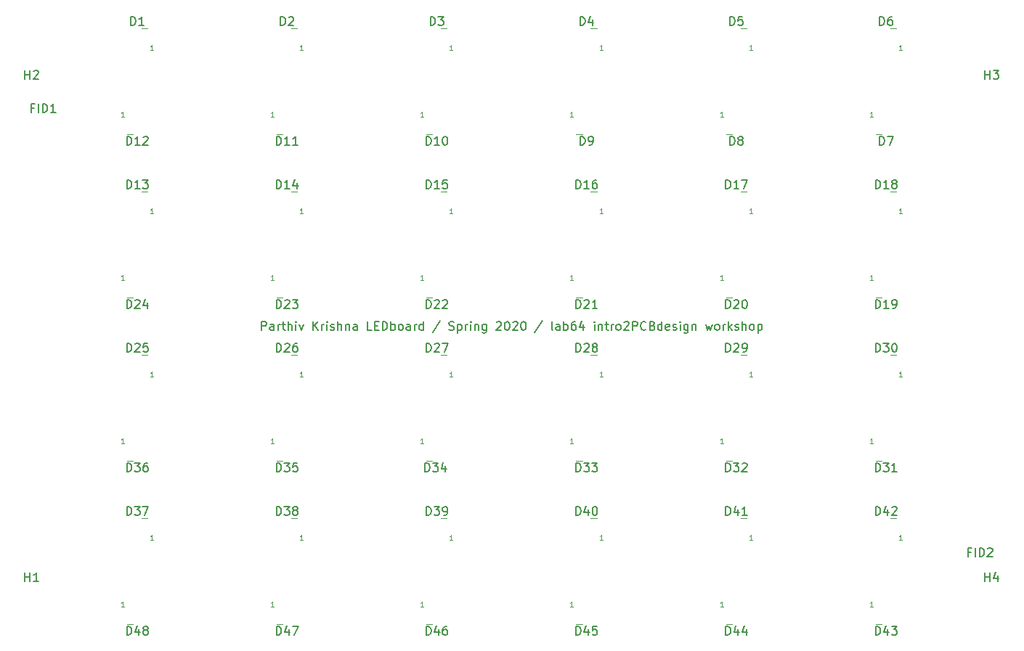
<source format=gbr>
G04 #@! TF.GenerationSoftware,KiCad,Pcbnew,(5.1.5)-3*
G04 #@! TF.CreationDate,2020-04-26T19:13:21-05:00*
G04 #@! TF.ProjectId,LED_Board_s_,4c45445f-426f-4617-9264-5f735f2e6b69,rev?*
G04 #@! TF.SameCoordinates,Original*
G04 #@! TF.FileFunction,Legend,Top*
G04 #@! TF.FilePolarity,Positive*
%FSLAX46Y46*%
G04 Gerber Fmt 4.6, Leading zero omitted, Abs format (unit mm)*
G04 Created by KiCad (PCBNEW (5.1.5)-3) date 2020-04-26 19:13:21*
%MOMM*%
%LPD*%
G04 APERTURE LIST*
%ADD10C,0.150000*%
%ADD11C,0.120000*%
%ADD12C,0.100000*%
G04 APERTURE END LIST*
D10*
X83887142Y-81732380D02*
X83887142Y-80732380D01*
X84268095Y-80732380D01*
X84363333Y-80780000D01*
X84410952Y-80827619D01*
X84458571Y-80922857D01*
X84458571Y-81065714D01*
X84410952Y-81160952D01*
X84363333Y-81208571D01*
X84268095Y-81256190D01*
X83887142Y-81256190D01*
X85315714Y-81732380D02*
X85315714Y-81208571D01*
X85268095Y-81113333D01*
X85172857Y-81065714D01*
X84982380Y-81065714D01*
X84887142Y-81113333D01*
X85315714Y-81684761D02*
X85220476Y-81732380D01*
X84982380Y-81732380D01*
X84887142Y-81684761D01*
X84839523Y-81589523D01*
X84839523Y-81494285D01*
X84887142Y-81399047D01*
X84982380Y-81351428D01*
X85220476Y-81351428D01*
X85315714Y-81303809D01*
X85791904Y-81732380D02*
X85791904Y-81065714D01*
X85791904Y-81256190D02*
X85839523Y-81160952D01*
X85887142Y-81113333D01*
X85982380Y-81065714D01*
X86077619Y-81065714D01*
X86268095Y-81065714D02*
X86649047Y-81065714D01*
X86410952Y-80732380D02*
X86410952Y-81589523D01*
X86458571Y-81684761D01*
X86553809Y-81732380D01*
X86649047Y-81732380D01*
X86982380Y-81732380D02*
X86982380Y-80732380D01*
X87410952Y-81732380D02*
X87410952Y-81208571D01*
X87363333Y-81113333D01*
X87268095Y-81065714D01*
X87125238Y-81065714D01*
X87030000Y-81113333D01*
X86982380Y-81160952D01*
X87887142Y-81732380D02*
X87887142Y-81065714D01*
X87887142Y-80732380D02*
X87839523Y-80780000D01*
X87887142Y-80827619D01*
X87934761Y-80780000D01*
X87887142Y-80732380D01*
X87887142Y-80827619D01*
X88268095Y-81065714D02*
X88506190Y-81732380D01*
X88744285Y-81065714D01*
X89887142Y-81732380D02*
X89887142Y-80732380D01*
X90458571Y-81732380D02*
X90030000Y-81160952D01*
X90458571Y-80732380D02*
X89887142Y-81303809D01*
X90887142Y-81732380D02*
X90887142Y-81065714D01*
X90887142Y-81256190D02*
X90934761Y-81160952D01*
X90982380Y-81113333D01*
X91077619Y-81065714D01*
X91172857Y-81065714D01*
X91506190Y-81732380D02*
X91506190Y-81065714D01*
X91506190Y-80732380D02*
X91458571Y-80780000D01*
X91506190Y-80827619D01*
X91553809Y-80780000D01*
X91506190Y-80732380D01*
X91506190Y-80827619D01*
X91934761Y-81684761D02*
X92030000Y-81732380D01*
X92220476Y-81732380D01*
X92315714Y-81684761D01*
X92363333Y-81589523D01*
X92363333Y-81541904D01*
X92315714Y-81446666D01*
X92220476Y-81399047D01*
X92077619Y-81399047D01*
X91982380Y-81351428D01*
X91934761Y-81256190D01*
X91934761Y-81208571D01*
X91982380Y-81113333D01*
X92077619Y-81065714D01*
X92220476Y-81065714D01*
X92315714Y-81113333D01*
X92791904Y-81732380D02*
X92791904Y-80732380D01*
X93220476Y-81732380D02*
X93220476Y-81208571D01*
X93172857Y-81113333D01*
X93077619Y-81065714D01*
X92934761Y-81065714D01*
X92839523Y-81113333D01*
X92791904Y-81160952D01*
X93696666Y-81065714D02*
X93696666Y-81732380D01*
X93696666Y-81160952D02*
X93744285Y-81113333D01*
X93839523Y-81065714D01*
X93982380Y-81065714D01*
X94077619Y-81113333D01*
X94125238Y-81208571D01*
X94125238Y-81732380D01*
X95030000Y-81732380D02*
X95030000Y-81208571D01*
X94982380Y-81113333D01*
X94887142Y-81065714D01*
X94696666Y-81065714D01*
X94601428Y-81113333D01*
X95030000Y-81684761D02*
X94934761Y-81732380D01*
X94696666Y-81732380D01*
X94601428Y-81684761D01*
X94553809Y-81589523D01*
X94553809Y-81494285D01*
X94601428Y-81399047D01*
X94696666Y-81351428D01*
X94934761Y-81351428D01*
X95030000Y-81303809D01*
X96744285Y-81732380D02*
X96268095Y-81732380D01*
X96268095Y-80732380D01*
X97077619Y-81208571D02*
X97410952Y-81208571D01*
X97553809Y-81732380D02*
X97077619Y-81732380D01*
X97077619Y-80732380D01*
X97553809Y-80732380D01*
X97982380Y-81732380D02*
X97982380Y-80732380D01*
X98220476Y-80732380D01*
X98363333Y-80780000D01*
X98458571Y-80875238D01*
X98506190Y-80970476D01*
X98553809Y-81160952D01*
X98553809Y-81303809D01*
X98506190Y-81494285D01*
X98458571Y-81589523D01*
X98363333Y-81684761D01*
X98220476Y-81732380D01*
X97982380Y-81732380D01*
X98982380Y-81732380D02*
X98982380Y-80732380D01*
X98982380Y-81113333D02*
X99077619Y-81065714D01*
X99268095Y-81065714D01*
X99363333Y-81113333D01*
X99410952Y-81160952D01*
X99458571Y-81256190D01*
X99458571Y-81541904D01*
X99410952Y-81637142D01*
X99363333Y-81684761D01*
X99268095Y-81732380D01*
X99077619Y-81732380D01*
X98982380Y-81684761D01*
X100030000Y-81732380D02*
X99934761Y-81684761D01*
X99887142Y-81637142D01*
X99839523Y-81541904D01*
X99839523Y-81256190D01*
X99887142Y-81160952D01*
X99934761Y-81113333D01*
X100030000Y-81065714D01*
X100172857Y-81065714D01*
X100268095Y-81113333D01*
X100315714Y-81160952D01*
X100363333Y-81256190D01*
X100363333Y-81541904D01*
X100315714Y-81637142D01*
X100268095Y-81684761D01*
X100172857Y-81732380D01*
X100030000Y-81732380D01*
X101220476Y-81732380D02*
X101220476Y-81208571D01*
X101172857Y-81113333D01*
X101077619Y-81065714D01*
X100887142Y-81065714D01*
X100791904Y-81113333D01*
X101220476Y-81684761D02*
X101125238Y-81732380D01*
X100887142Y-81732380D01*
X100791904Y-81684761D01*
X100744285Y-81589523D01*
X100744285Y-81494285D01*
X100791904Y-81399047D01*
X100887142Y-81351428D01*
X101125238Y-81351428D01*
X101220476Y-81303809D01*
X101696666Y-81732380D02*
X101696666Y-81065714D01*
X101696666Y-81256190D02*
X101744285Y-81160952D01*
X101791904Y-81113333D01*
X101887142Y-81065714D01*
X101982380Y-81065714D01*
X102744285Y-81732380D02*
X102744285Y-80732380D01*
X102744285Y-81684761D02*
X102649047Y-81732380D01*
X102458571Y-81732380D01*
X102363333Y-81684761D01*
X102315714Y-81637142D01*
X102268095Y-81541904D01*
X102268095Y-81256190D01*
X102315714Y-81160952D01*
X102363333Y-81113333D01*
X102458571Y-81065714D01*
X102649047Y-81065714D01*
X102744285Y-81113333D01*
X104696666Y-80684761D02*
X103839523Y-81970476D01*
X105744285Y-81684761D02*
X105887142Y-81732380D01*
X106125238Y-81732380D01*
X106220476Y-81684761D01*
X106268095Y-81637142D01*
X106315714Y-81541904D01*
X106315714Y-81446666D01*
X106268095Y-81351428D01*
X106220476Y-81303809D01*
X106125238Y-81256190D01*
X105934761Y-81208571D01*
X105839523Y-81160952D01*
X105791904Y-81113333D01*
X105744285Y-81018095D01*
X105744285Y-80922857D01*
X105791904Y-80827619D01*
X105839523Y-80780000D01*
X105934761Y-80732380D01*
X106172857Y-80732380D01*
X106315714Y-80780000D01*
X106744285Y-81065714D02*
X106744285Y-82065714D01*
X106744285Y-81113333D02*
X106839523Y-81065714D01*
X107030000Y-81065714D01*
X107125238Y-81113333D01*
X107172857Y-81160952D01*
X107220476Y-81256190D01*
X107220476Y-81541904D01*
X107172857Y-81637142D01*
X107125238Y-81684761D01*
X107030000Y-81732380D01*
X106839523Y-81732380D01*
X106744285Y-81684761D01*
X107649047Y-81732380D02*
X107649047Y-81065714D01*
X107649047Y-81256190D02*
X107696666Y-81160952D01*
X107744285Y-81113333D01*
X107839523Y-81065714D01*
X107934761Y-81065714D01*
X108268095Y-81732380D02*
X108268095Y-81065714D01*
X108268095Y-80732380D02*
X108220476Y-80780000D01*
X108268095Y-80827619D01*
X108315714Y-80780000D01*
X108268095Y-80732380D01*
X108268095Y-80827619D01*
X108744285Y-81065714D02*
X108744285Y-81732380D01*
X108744285Y-81160952D02*
X108791904Y-81113333D01*
X108887142Y-81065714D01*
X109030000Y-81065714D01*
X109125238Y-81113333D01*
X109172857Y-81208571D01*
X109172857Y-81732380D01*
X110077619Y-81065714D02*
X110077619Y-81875238D01*
X110030000Y-81970476D01*
X109982380Y-82018095D01*
X109887142Y-82065714D01*
X109744285Y-82065714D01*
X109649047Y-82018095D01*
X110077619Y-81684761D02*
X109982380Y-81732380D01*
X109791904Y-81732380D01*
X109696666Y-81684761D01*
X109649047Y-81637142D01*
X109601428Y-81541904D01*
X109601428Y-81256190D01*
X109649047Y-81160952D01*
X109696666Y-81113333D01*
X109791904Y-81065714D01*
X109982380Y-81065714D01*
X110077619Y-81113333D01*
X111268095Y-80827619D02*
X111315714Y-80780000D01*
X111410952Y-80732380D01*
X111649047Y-80732380D01*
X111744285Y-80780000D01*
X111791904Y-80827619D01*
X111839523Y-80922857D01*
X111839523Y-81018095D01*
X111791904Y-81160952D01*
X111220476Y-81732380D01*
X111839523Y-81732380D01*
X112458571Y-80732380D02*
X112553809Y-80732380D01*
X112649047Y-80780000D01*
X112696666Y-80827619D01*
X112744285Y-80922857D01*
X112791904Y-81113333D01*
X112791904Y-81351428D01*
X112744285Y-81541904D01*
X112696666Y-81637142D01*
X112649047Y-81684761D01*
X112553809Y-81732380D01*
X112458571Y-81732380D01*
X112363333Y-81684761D01*
X112315714Y-81637142D01*
X112268095Y-81541904D01*
X112220476Y-81351428D01*
X112220476Y-81113333D01*
X112268095Y-80922857D01*
X112315714Y-80827619D01*
X112363333Y-80780000D01*
X112458571Y-80732380D01*
X113172857Y-80827619D02*
X113220476Y-80780000D01*
X113315714Y-80732380D01*
X113553809Y-80732380D01*
X113649047Y-80780000D01*
X113696666Y-80827619D01*
X113744285Y-80922857D01*
X113744285Y-81018095D01*
X113696666Y-81160952D01*
X113125238Y-81732380D01*
X113744285Y-81732380D01*
X114363333Y-80732380D02*
X114458571Y-80732380D01*
X114553809Y-80780000D01*
X114601428Y-80827619D01*
X114649047Y-80922857D01*
X114696666Y-81113333D01*
X114696666Y-81351428D01*
X114649047Y-81541904D01*
X114601428Y-81637142D01*
X114553809Y-81684761D01*
X114458571Y-81732380D01*
X114363333Y-81732380D01*
X114268095Y-81684761D01*
X114220476Y-81637142D01*
X114172857Y-81541904D01*
X114125238Y-81351428D01*
X114125238Y-81113333D01*
X114172857Y-80922857D01*
X114220476Y-80827619D01*
X114268095Y-80780000D01*
X114363333Y-80732380D01*
X116601428Y-80684761D02*
X115744285Y-81970476D01*
X117839523Y-81732380D02*
X117744285Y-81684761D01*
X117696666Y-81589523D01*
X117696666Y-80732380D01*
X118649047Y-81732380D02*
X118649047Y-81208571D01*
X118601428Y-81113333D01*
X118506190Y-81065714D01*
X118315714Y-81065714D01*
X118220476Y-81113333D01*
X118649047Y-81684761D02*
X118553809Y-81732380D01*
X118315714Y-81732380D01*
X118220476Y-81684761D01*
X118172857Y-81589523D01*
X118172857Y-81494285D01*
X118220476Y-81399047D01*
X118315714Y-81351428D01*
X118553809Y-81351428D01*
X118649047Y-81303809D01*
X119125238Y-81732380D02*
X119125238Y-80732380D01*
X119125238Y-81113333D02*
X119220476Y-81065714D01*
X119410952Y-81065714D01*
X119506190Y-81113333D01*
X119553809Y-81160952D01*
X119601428Y-81256190D01*
X119601428Y-81541904D01*
X119553809Y-81637142D01*
X119506190Y-81684761D01*
X119410952Y-81732380D01*
X119220476Y-81732380D01*
X119125238Y-81684761D01*
X120458571Y-80732380D02*
X120268095Y-80732380D01*
X120172857Y-80780000D01*
X120125238Y-80827619D01*
X120030000Y-80970476D01*
X119982380Y-81160952D01*
X119982380Y-81541904D01*
X120030000Y-81637142D01*
X120077619Y-81684761D01*
X120172857Y-81732380D01*
X120363333Y-81732380D01*
X120458571Y-81684761D01*
X120506190Y-81637142D01*
X120553809Y-81541904D01*
X120553809Y-81303809D01*
X120506190Y-81208571D01*
X120458571Y-81160952D01*
X120363333Y-81113333D01*
X120172857Y-81113333D01*
X120077619Y-81160952D01*
X120030000Y-81208571D01*
X119982380Y-81303809D01*
X121410952Y-81065714D02*
X121410952Y-81732380D01*
X121172857Y-80684761D02*
X120934761Y-81399047D01*
X121553809Y-81399047D01*
X122696666Y-81732380D02*
X122696666Y-81065714D01*
X122696666Y-80732380D02*
X122649047Y-80780000D01*
X122696666Y-80827619D01*
X122744285Y-80780000D01*
X122696666Y-80732380D01*
X122696666Y-80827619D01*
X123172857Y-81065714D02*
X123172857Y-81732380D01*
X123172857Y-81160952D02*
X123220476Y-81113333D01*
X123315714Y-81065714D01*
X123458571Y-81065714D01*
X123553809Y-81113333D01*
X123601428Y-81208571D01*
X123601428Y-81732380D01*
X123934761Y-81065714D02*
X124315714Y-81065714D01*
X124077619Y-80732380D02*
X124077619Y-81589523D01*
X124125238Y-81684761D01*
X124220476Y-81732380D01*
X124315714Y-81732380D01*
X124649047Y-81732380D02*
X124649047Y-81065714D01*
X124649047Y-81256190D02*
X124696666Y-81160952D01*
X124744285Y-81113333D01*
X124839523Y-81065714D01*
X124934761Y-81065714D01*
X125410952Y-81732380D02*
X125315714Y-81684761D01*
X125268095Y-81637142D01*
X125220476Y-81541904D01*
X125220476Y-81256190D01*
X125268095Y-81160952D01*
X125315714Y-81113333D01*
X125410952Y-81065714D01*
X125553809Y-81065714D01*
X125649047Y-81113333D01*
X125696666Y-81160952D01*
X125744285Y-81256190D01*
X125744285Y-81541904D01*
X125696666Y-81637142D01*
X125649047Y-81684761D01*
X125553809Y-81732380D01*
X125410952Y-81732380D01*
X126125238Y-80827619D02*
X126172857Y-80780000D01*
X126268095Y-80732380D01*
X126506190Y-80732380D01*
X126601428Y-80780000D01*
X126649047Y-80827619D01*
X126696666Y-80922857D01*
X126696666Y-81018095D01*
X126649047Y-81160952D01*
X126077619Y-81732380D01*
X126696666Y-81732380D01*
X127125238Y-81732380D02*
X127125238Y-80732380D01*
X127506190Y-80732380D01*
X127601428Y-80780000D01*
X127649047Y-80827619D01*
X127696666Y-80922857D01*
X127696666Y-81065714D01*
X127649047Y-81160952D01*
X127601428Y-81208571D01*
X127506190Y-81256190D01*
X127125238Y-81256190D01*
X128696666Y-81637142D02*
X128649047Y-81684761D01*
X128506190Y-81732380D01*
X128410952Y-81732380D01*
X128268095Y-81684761D01*
X128172857Y-81589523D01*
X128125238Y-81494285D01*
X128077619Y-81303809D01*
X128077619Y-81160952D01*
X128125238Y-80970476D01*
X128172857Y-80875238D01*
X128268095Y-80780000D01*
X128410952Y-80732380D01*
X128506190Y-80732380D01*
X128649047Y-80780000D01*
X128696666Y-80827619D01*
X129458571Y-81208571D02*
X129601428Y-81256190D01*
X129649047Y-81303809D01*
X129696666Y-81399047D01*
X129696666Y-81541904D01*
X129649047Y-81637142D01*
X129601428Y-81684761D01*
X129506190Y-81732380D01*
X129125238Y-81732380D01*
X129125238Y-80732380D01*
X129458571Y-80732380D01*
X129553809Y-80780000D01*
X129601428Y-80827619D01*
X129649047Y-80922857D01*
X129649047Y-81018095D01*
X129601428Y-81113333D01*
X129553809Y-81160952D01*
X129458571Y-81208571D01*
X129125238Y-81208571D01*
X130553809Y-81732380D02*
X130553809Y-80732380D01*
X130553809Y-81684761D02*
X130458571Y-81732380D01*
X130268095Y-81732380D01*
X130172857Y-81684761D01*
X130125238Y-81637142D01*
X130077619Y-81541904D01*
X130077619Y-81256190D01*
X130125238Y-81160952D01*
X130172857Y-81113333D01*
X130268095Y-81065714D01*
X130458571Y-81065714D01*
X130553809Y-81113333D01*
X131410952Y-81684761D02*
X131315714Y-81732380D01*
X131125238Y-81732380D01*
X131030000Y-81684761D01*
X130982380Y-81589523D01*
X130982380Y-81208571D01*
X131030000Y-81113333D01*
X131125238Y-81065714D01*
X131315714Y-81065714D01*
X131410952Y-81113333D01*
X131458571Y-81208571D01*
X131458571Y-81303809D01*
X130982380Y-81399047D01*
X131839523Y-81684761D02*
X131934761Y-81732380D01*
X132125238Y-81732380D01*
X132220476Y-81684761D01*
X132268095Y-81589523D01*
X132268095Y-81541904D01*
X132220476Y-81446666D01*
X132125238Y-81399047D01*
X131982380Y-81399047D01*
X131887142Y-81351428D01*
X131839523Y-81256190D01*
X131839523Y-81208571D01*
X131887142Y-81113333D01*
X131982380Y-81065714D01*
X132125238Y-81065714D01*
X132220476Y-81113333D01*
X132696666Y-81732380D02*
X132696666Y-81065714D01*
X132696666Y-80732380D02*
X132649047Y-80780000D01*
X132696666Y-80827619D01*
X132744285Y-80780000D01*
X132696666Y-80732380D01*
X132696666Y-80827619D01*
X133601428Y-81065714D02*
X133601428Y-81875238D01*
X133553809Y-81970476D01*
X133506190Y-82018095D01*
X133410952Y-82065714D01*
X133268095Y-82065714D01*
X133172857Y-82018095D01*
X133601428Y-81684761D02*
X133506190Y-81732380D01*
X133315714Y-81732380D01*
X133220476Y-81684761D01*
X133172857Y-81637142D01*
X133125238Y-81541904D01*
X133125238Y-81256190D01*
X133172857Y-81160952D01*
X133220476Y-81113333D01*
X133315714Y-81065714D01*
X133506190Y-81065714D01*
X133601428Y-81113333D01*
X134077619Y-81065714D02*
X134077619Y-81732380D01*
X134077619Y-81160952D02*
X134125238Y-81113333D01*
X134220476Y-81065714D01*
X134363333Y-81065714D01*
X134458571Y-81113333D01*
X134506190Y-81208571D01*
X134506190Y-81732380D01*
X135649047Y-81065714D02*
X135839523Y-81732380D01*
X136030000Y-81256190D01*
X136220476Y-81732380D01*
X136410952Y-81065714D01*
X136934761Y-81732380D02*
X136839523Y-81684761D01*
X136791904Y-81637142D01*
X136744285Y-81541904D01*
X136744285Y-81256190D01*
X136791904Y-81160952D01*
X136839523Y-81113333D01*
X136934761Y-81065714D01*
X137077619Y-81065714D01*
X137172857Y-81113333D01*
X137220476Y-81160952D01*
X137268095Y-81256190D01*
X137268095Y-81541904D01*
X137220476Y-81637142D01*
X137172857Y-81684761D01*
X137077619Y-81732380D01*
X136934761Y-81732380D01*
X137696666Y-81732380D02*
X137696666Y-81065714D01*
X137696666Y-81256190D02*
X137744285Y-81160952D01*
X137791904Y-81113333D01*
X137887142Y-81065714D01*
X137982380Y-81065714D01*
X138315714Y-81732380D02*
X138315714Y-80732380D01*
X138410952Y-81351428D02*
X138696666Y-81732380D01*
X138696666Y-81065714D02*
X138315714Y-81446666D01*
X139077619Y-81684761D02*
X139172857Y-81732380D01*
X139363333Y-81732380D01*
X139458571Y-81684761D01*
X139506190Y-81589523D01*
X139506190Y-81541904D01*
X139458571Y-81446666D01*
X139363333Y-81399047D01*
X139220476Y-81399047D01*
X139125238Y-81351428D01*
X139077619Y-81256190D01*
X139077619Y-81208571D01*
X139125238Y-81113333D01*
X139220476Y-81065714D01*
X139363333Y-81065714D01*
X139458571Y-81113333D01*
X139934761Y-81732380D02*
X139934761Y-80732380D01*
X140363333Y-81732380D02*
X140363333Y-81208571D01*
X140315714Y-81113333D01*
X140220476Y-81065714D01*
X140077619Y-81065714D01*
X139982380Y-81113333D01*
X139934761Y-81160952D01*
X140982380Y-81732380D02*
X140887142Y-81684761D01*
X140839523Y-81637142D01*
X140791904Y-81541904D01*
X140791904Y-81256190D01*
X140839523Y-81160952D01*
X140887142Y-81113333D01*
X140982380Y-81065714D01*
X141125238Y-81065714D01*
X141220476Y-81113333D01*
X141268095Y-81160952D01*
X141315714Y-81256190D01*
X141315714Y-81541904D01*
X141268095Y-81637142D01*
X141220476Y-81684761D01*
X141125238Y-81732380D01*
X140982380Y-81732380D01*
X141744285Y-81065714D02*
X141744285Y-82065714D01*
X141744285Y-81113333D02*
X141839523Y-81065714D01*
X142029999Y-81065714D01*
X142125238Y-81113333D01*
X142172857Y-81160952D01*
X142220476Y-81256190D01*
X142220476Y-81541904D01*
X142172857Y-81637142D01*
X142125238Y-81684761D01*
X142029999Y-81732380D01*
X141839523Y-81732380D01*
X141744285Y-81684761D01*
D11*
X68180000Y-116017500D02*
X68880000Y-116017500D01*
X85640000Y-116017500D02*
X86340000Y-116017500D01*
X103100000Y-116017500D02*
X103800000Y-116017500D01*
X120560000Y-116017500D02*
X121260000Y-116017500D01*
X138020000Y-116017500D02*
X138720000Y-116017500D01*
X155480000Y-116017500D02*
X156180000Y-116017500D01*
X157880000Y-103692500D02*
X157180000Y-103692500D01*
X140420000Y-103692500D02*
X139720000Y-103692500D01*
X122960000Y-103692500D02*
X122260000Y-103692500D01*
X105500000Y-103692500D02*
X104800000Y-103692500D01*
X88040000Y-103692500D02*
X87340000Y-103692500D01*
X70580000Y-103692500D02*
X69880000Y-103692500D01*
X68180000Y-96967500D02*
X68880000Y-96967500D01*
X85640000Y-96967500D02*
X86340000Y-96967500D01*
X103100000Y-96967500D02*
X103800000Y-96967500D01*
X120560000Y-96967500D02*
X121260000Y-96967500D01*
X138020000Y-96967500D02*
X138720000Y-96967500D01*
X155480000Y-96967500D02*
X156180000Y-96967500D01*
X157880000Y-84642500D02*
X157180000Y-84642500D01*
X140420000Y-84642500D02*
X139720000Y-84642500D01*
X122960000Y-84642500D02*
X122260000Y-84642500D01*
X105500000Y-84642500D02*
X104800000Y-84642500D01*
X88040000Y-84642500D02*
X87340000Y-84642500D01*
X70580000Y-84642500D02*
X69880000Y-84642500D01*
X68180000Y-77917500D02*
X68880000Y-77917500D01*
X85640000Y-77917500D02*
X86340000Y-77917500D01*
X103100000Y-77917500D02*
X103800000Y-77917500D01*
X120560000Y-77917500D02*
X121260000Y-77917500D01*
X138020000Y-77917500D02*
X138720000Y-77917500D01*
X155480000Y-77917500D02*
X156180000Y-77917500D01*
X157880000Y-65592500D02*
X157180000Y-65592500D01*
X140420000Y-65592500D02*
X139720000Y-65592500D01*
X122960000Y-65592500D02*
X122260000Y-65592500D01*
X105500000Y-65592500D02*
X104800000Y-65592500D01*
X88040000Y-65592500D02*
X87340000Y-65592500D01*
X70580000Y-65592500D02*
X69880000Y-65592500D01*
X68180000Y-58867500D02*
X68880000Y-58867500D01*
X85640000Y-58867500D02*
X86340000Y-58867500D01*
X103100000Y-58867500D02*
X103800000Y-58867500D01*
X120560000Y-58867500D02*
X121260000Y-58867500D01*
X138020000Y-58867500D02*
X138720000Y-58867500D01*
X155480000Y-58867500D02*
X156180000Y-58867500D01*
X157880000Y-46542500D02*
X157180000Y-46542500D01*
X140420000Y-46542500D02*
X139720000Y-46542500D01*
X122960000Y-46542500D02*
X122260000Y-46542500D01*
X105500000Y-46542500D02*
X104800000Y-46542500D01*
X88040000Y-46542500D02*
X87340000Y-46542500D01*
X70580000Y-46542500D02*
X69880000Y-46542500D01*
D10*
X166568571Y-107648571D02*
X166235238Y-107648571D01*
X166235238Y-108172380D02*
X166235238Y-107172380D01*
X166711428Y-107172380D01*
X167092380Y-108172380D02*
X167092380Y-107172380D01*
X167568571Y-108172380D02*
X167568571Y-107172380D01*
X167806666Y-107172380D01*
X167949523Y-107220000D01*
X168044761Y-107315238D01*
X168092380Y-107410476D01*
X168140000Y-107600952D01*
X168140000Y-107743809D01*
X168092380Y-107934285D01*
X168044761Y-108029523D01*
X167949523Y-108124761D01*
X167806666Y-108172380D01*
X167568571Y-108172380D01*
X168520952Y-107267619D02*
X168568571Y-107220000D01*
X168663809Y-107172380D01*
X168901904Y-107172380D01*
X168997142Y-107220000D01*
X169044761Y-107267619D01*
X169092380Y-107362857D01*
X169092380Y-107458095D01*
X169044761Y-107600952D01*
X168473333Y-108172380D01*
X169092380Y-108172380D01*
X57348571Y-55808571D02*
X57015238Y-55808571D01*
X57015238Y-56332380D02*
X57015238Y-55332380D01*
X57491428Y-55332380D01*
X57872380Y-56332380D02*
X57872380Y-55332380D01*
X58348571Y-56332380D02*
X58348571Y-55332380D01*
X58586666Y-55332380D01*
X58729523Y-55380000D01*
X58824761Y-55475238D01*
X58872380Y-55570476D01*
X58920000Y-55760952D01*
X58920000Y-55903809D01*
X58872380Y-56094285D01*
X58824761Y-56189523D01*
X58729523Y-56284761D01*
X58586666Y-56332380D01*
X58348571Y-56332380D01*
X59872380Y-56332380D02*
X59300952Y-56332380D01*
X59586666Y-56332380D02*
X59586666Y-55332380D01*
X59491428Y-55475238D01*
X59396190Y-55570476D01*
X59300952Y-55618095D01*
X168228095Y-111022380D02*
X168228095Y-110022380D01*
X168228095Y-110498571D02*
X168799523Y-110498571D01*
X168799523Y-111022380D02*
X168799523Y-110022380D01*
X169704285Y-110355714D02*
X169704285Y-111022380D01*
X169466190Y-109974761D02*
X169228095Y-110689047D01*
X169847142Y-110689047D01*
X168228094Y-52442381D02*
X168228094Y-51442381D01*
X168228094Y-51918572D02*
X168799522Y-51918572D01*
X168799522Y-52442381D02*
X168799522Y-51442381D01*
X169180475Y-51442381D02*
X169799522Y-51442381D01*
X169466189Y-51823334D01*
X169609046Y-51823334D01*
X169704284Y-51870953D01*
X169751903Y-51918572D01*
X169799522Y-52013810D01*
X169799522Y-52251905D01*
X169751903Y-52347143D01*
X169704284Y-52394762D01*
X169609046Y-52442381D01*
X169323332Y-52442381D01*
X169228094Y-52394762D01*
X169180475Y-52347143D01*
X56308095Y-52442380D02*
X56308095Y-51442380D01*
X56308095Y-51918571D02*
X56879523Y-51918571D01*
X56879523Y-52442380D02*
X56879523Y-51442380D01*
X57308095Y-51537619D02*
X57355714Y-51490000D01*
X57450952Y-51442380D01*
X57689047Y-51442380D01*
X57784285Y-51490000D01*
X57831904Y-51537619D01*
X57879523Y-51632857D01*
X57879523Y-51728095D01*
X57831904Y-51870952D01*
X57260476Y-52442380D01*
X57879523Y-52442380D01*
X56308096Y-111022379D02*
X56308096Y-110022379D01*
X56308096Y-110498570D02*
X56879524Y-110498570D01*
X56879524Y-111022379D02*
X56879524Y-110022379D01*
X57879524Y-111022379D02*
X57308096Y-111022379D01*
X57593810Y-111022379D02*
X57593810Y-110022379D01*
X57498572Y-110165237D01*
X57403334Y-110260475D01*
X57308096Y-110308094D01*
X68165714Y-117292380D02*
X68165714Y-116292380D01*
X68403809Y-116292380D01*
X68546666Y-116340000D01*
X68641904Y-116435238D01*
X68689523Y-116530476D01*
X68737142Y-116720952D01*
X68737142Y-116863809D01*
X68689523Y-117054285D01*
X68641904Y-117149523D01*
X68546666Y-117244761D01*
X68403809Y-117292380D01*
X68165714Y-117292380D01*
X69594285Y-116625714D02*
X69594285Y-117292380D01*
X69356190Y-116244761D02*
X69118095Y-116959047D01*
X69737142Y-116959047D01*
X70260952Y-116720952D02*
X70165714Y-116673333D01*
X70118095Y-116625714D01*
X70070476Y-116530476D01*
X70070476Y-116482857D01*
X70118095Y-116387619D01*
X70165714Y-116340000D01*
X70260952Y-116292380D01*
X70451428Y-116292380D01*
X70546666Y-116340000D01*
X70594285Y-116387619D01*
X70641904Y-116482857D01*
X70641904Y-116530476D01*
X70594285Y-116625714D01*
X70546666Y-116673333D01*
X70451428Y-116720952D01*
X70260952Y-116720952D01*
X70165714Y-116768571D01*
X70118095Y-116816190D01*
X70070476Y-116911428D01*
X70070476Y-117101904D01*
X70118095Y-117197142D01*
X70165714Y-117244761D01*
X70260952Y-117292380D01*
X70451428Y-117292380D01*
X70546666Y-117244761D01*
X70594285Y-117197142D01*
X70641904Y-117101904D01*
X70641904Y-116911428D01*
X70594285Y-116816190D01*
X70546666Y-116768571D01*
X70451428Y-116720952D01*
D12*
X67851428Y-113988928D02*
X67508571Y-113988928D01*
X67680000Y-113988928D02*
X67680000Y-113388928D01*
X67622857Y-113474642D01*
X67565714Y-113531785D01*
X67508571Y-113560357D01*
D10*
X85625714Y-117292380D02*
X85625714Y-116292380D01*
X85863809Y-116292380D01*
X86006666Y-116340000D01*
X86101904Y-116435238D01*
X86149523Y-116530476D01*
X86197142Y-116720952D01*
X86197142Y-116863809D01*
X86149523Y-117054285D01*
X86101904Y-117149523D01*
X86006666Y-117244761D01*
X85863809Y-117292380D01*
X85625714Y-117292380D01*
X87054285Y-116625714D02*
X87054285Y-117292380D01*
X86816190Y-116244761D02*
X86578095Y-116959047D01*
X87197142Y-116959047D01*
X87482857Y-116292380D02*
X88149523Y-116292380D01*
X87720952Y-117292380D01*
D12*
X85311428Y-113988928D02*
X84968571Y-113988928D01*
X85140000Y-113988928D02*
X85140000Y-113388928D01*
X85082857Y-113474642D01*
X85025714Y-113531785D01*
X84968571Y-113560357D01*
D10*
X103085714Y-117292380D02*
X103085714Y-116292380D01*
X103323809Y-116292380D01*
X103466666Y-116340000D01*
X103561904Y-116435238D01*
X103609523Y-116530476D01*
X103657142Y-116720952D01*
X103657142Y-116863809D01*
X103609523Y-117054285D01*
X103561904Y-117149523D01*
X103466666Y-117244761D01*
X103323809Y-117292380D01*
X103085714Y-117292380D01*
X104514285Y-116625714D02*
X104514285Y-117292380D01*
X104276190Y-116244761D02*
X104038095Y-116959047D01*
X104657142Y-116959047D01*
X105466666Y-116292380D02*
X105276190Y-116292380D01*
X105180952Y-116340000D01*
X105133333Y-116387619D01*
X105038095Y-116530476D01*
X104990476Y-116720952D01*
X104990476Y-117101904D01*
X105038095Y-117197142D01*
X105085714Y-117244761D01*
X105180952Y-117292380D01*
X105371428Y-117292380D01*
X105466666Y-117244761D01*
X105514285Y-117197142D01*
X105561904Y-117101904D01*
X105561904Y-116863809D01*
X105514285Y-116768571D01*
X105466666Y-116720952D01*
X105371428Y-116673333D01*
X105180952Y-116673333D01*
X105085714Y-116720952D01*
X105038095Y-116768571D01*
X104990476Y-116863809D01*
D12*
X102771428Y-113988928D02*
X102428571Y-113988928D01*
X102600000Y-113988928D02*
X102600000Y-113388928D01*
X102542857Y-113474642D01*
X102485714Y-113531785D01*
X102428571Y-113560357D01*
D10*
X120545714Y-117292380D02*
X120545714Y-116292380D01*
X120783809Y-116292380D01*
X120926666Y-116340000D01*
X121021904Y-116435238D01*
X121069523Y-116530476D01*
X121117142Y-116720952D01*
X121117142Y-116863809D01*
X121069523Y-117054285D01*
X121021904Y-117149523D01*
X120926666Y-117244761D01*
X120783809Y-117292380D01*
X120545714Y-117292380D01*
X121974285Y-116625714D02*
X121974285Y-117292380D01*
X121736190Y-116244761D02*
X121498095Y-116959047D01*
X122117142Y-116959047D01*
X122974285Y-116292380D02*
X122498095Y-116292380D01*
X122450476Y-116768571D01*
X122498095Y-116720952D01*
X122593333Y-116673333D01*
X122831428Y-116673333D01*
X122926666Y-116720952D01*
X122974285Y-116768571D01*
X123021904Y-116863809D01*
X123021904Y-117101904D01*
X122974285Y-117197142D01*
X122926666Y-117244761D01*
X122831428Y-117292380D01*
X122593333Y-117292380D01*
X122498095Y-117244761D01*
X122450476Y-117197142D01*
D12*
X120231428Y-113988928D02*
X119888571Y-113988928D01*
X120060000Y-113988928D02*
X120060000Y-113388928D01*
X120002857Y-113474642D01*
X119945714Y-113531785D01*
X119888571Y-113560357D01*
D10*
X138005714Y-117292380D02*
X138005714Y-116292380D01*
X138243809Y-116292380D01*
X138386666Y-116340000D01*
X138481904Y-116435238D01*
X138529523Y-116530476D01*
X138577142Y-116720952D01*
X138577142Y-116863809D01*
X138529523Y-117054285D01*
X138481904Y-117149523D01*
X138386666Y-117244761D01*
X138243809Y-117292380D01*
X138005714Y-117292380D01*
X139434285Y-116625714D02*
X139434285Y-117292380D01*
X139196190Y-116244761D02*
X138958095Y-116959047D01*
X139577142Y-116959047D01*
X140386666Y-116625714D02*
X140386666Y-117292380D01*
X140148571Y-116244761D02*
X139910476Y-116959047D01*
X140529523Y-116959047D01*
D12*
X137691428Y-113988928D02*
X137348571Y-113988928D01*
X137520000Y-113988928D02*
X137520000Y-113388928D01*
X137462857Y-113474642D01*
X137405714Y-113531785D01*
X137348571Y-113560357D01*
D10*
X155465714Y-117292380D02*
X155465714Y-116292380D01*
X155703809Y-116292380D01*
X155846666Y-116340000D01*
X155941904Y-116435238D01*
X155989523Y-116530476D01*
X156037142Y-116720952D01*
X156037142Y-116863809D01*
X155989523Y-117054285D01*
X155941904Y-117149523D01*
X155846666Y-117244761D01*
X155703809Y-117292380D01*
X155465714Y-117292380D01*
X156894285Y-116625714D02*
X156894285Y-117292380D01*
X156656190Y-116244761D02*
X156418095Y-116959047D01*
X157037142Y-116959047D01*
X157322857Y-116292380D02*
X157941904Y-116292380D01*
X157608571Y-116673333D01*
X157751428Y-116673333D01*
X157846666Y-116720952D01*
X157894285Y-116768571D01*
X157941904Y-116863809D01*
X157941904Y-117101904D01*
X157894285Y-117197142D01*
X157846666Y-117244761D01*
X157751428Y-117292380D01*
X157465714Y-117292380D01*
X157370476Y-117244761D01*
X157322857Y-117197142D01*
D12*
X155151428Y-113988928D02*
X154808571Y-113988928D01*
X154980000Y-113988928D02*
X154980000Y-113388928D01*
X154922857Y-113474642D01*
X154865714Y-113531785D01*
X154808571Y-113560357D01*
D10*
X155465714Y-103322380D02*
X155465714Y-102322380D01*
X155703809Y-102322380D01*
X155846666Y-102370000D01*
X155941904Y-102465238D01*
X155989523Y-102560476D01*
X156037142Y-102750952D01*
X156037142Y-102893809D01*
X155989523Y-103084285D01*
X155941904Y-103179523D01*
X155846666Y-103274761D01*
X155703809Y-103322380D01*
X155465714Y-103322380D01*
X156894285Y-102655714D02*
X156894285Y-103322380D01*
X156656190Y-102274761D02*
X156418095Y-102989047D01*
X157037142Y-102989047D01*
X157370476Y-102417619D02*
X157418095Y-102370000D01*
X157513333Y-102322380D01*
X157751428Y-102322380D01*
X157846666Y-102370000D01*
X157894285Y-102417619D01*
X157941904Y-102512857D01*
X157941904Y-102608095D01*
X157894285Y-102750952D01*
X157322857Y-103322380D01*
X157941904Y-103322380D01*
D12*
X158551428Y-106263928D02*
X158208571Y-106263928D01*
X158380000Y-106263928D02*
X158380000Y-105663928D01*
X158322857Y-105749642D01*
X158265714Y-105806785D01*
X158208571Y-105835357D01*
D10*
X138005714Y-103322380D02*
X138005714Y-102322380D01*
X138243809Y-102322380D01*
X138386666Y-102370000D01*
X138481904Y-102465238D01*
X138529523Y-102560476D01*
X138577142Y-102750952D01*
X138577142Y-102893809D01*
X138529523Y-103084285D01*
X138481904Y-103179523D01*
X138386666Y-103274761D01*
X138243809Y-103322380D01*
X138005714Y-103322380D01*
X139434285Y-102655714D02*
X139434285Y-103322380D01*
X139196190Y-102274761D02*
X138958095Y-102989047D01*
X139577142Y-102989047D01*
X140481904Y-103322380D02*
X139910476Y-103322380D01*
X140196190Y-103322380D02*
X140196190Y-102322380D01*
X140100952Y-102465238D01*
X140005714Y-102560476D01*
X139910476Y-102608095D01*
D12*
X141091428Y-106263928D02*
X140748571Y-106263928D01*
X140920000Y-106263928D02*
X140920000Y-105663928D01*
X140862857Y-105749642D01*
X140805714Y-105806785D01*
X140748571Y-105835357D01*
D10*
X120545714Y-103322380D02*
X120545714Y-102322380D01*
X120783809Y-102322380D01*
X120926666Y-102370000D01*
X121021904Y-102465238D01*
X121069523Y-102560476D01*
X121117142Y-102750952D01*
X121117142Y-102893809D01*
X121069523Y-103084285D01*
X121021904Y-103179523D01*
X120926666Y-103274761D01*
X120783809Y-103322380D01*
X120545714Y-103322380D01*
X121974285Y-102655714D02*
X121974285Y-103322380D01*
X121736190Y-102274761D02*
X121498095Y-102989047D01*
X122117142Y-102989047D01*
X122688571Y-102322380D02*
X122783809Y-102322380D01*
X122879047Y-102370000D01*
X122926666Y-102417619D01*
X122974285Y-102512857D01*
X123021904Y-102703333D01*
X123021904Y-102941428D01*
X122974285Y-103131904D01*
X122926666Y-103227142D01*
X122879047Y-103274761D01*
X122783809Y-103322380D01*
X122688571Y-103322380D01*
X122593333Y-103274761D01*
X122545714Y-103227142D01*
X122498095Y-103131904D01*
X122450476Y-102941428D01*
X122450476Y-102703333D01*
X122498095Y-102512857D01*
X122545714Y-102417619D01*
X122593333Y-102370000D01*
X122688571Y-102322380D01*
D12*
X123631428Y-106263928D02*
X123288571Y-106263928D01*
X123460000Y-106263928D02*
X123460000Y-105663928D01*
X123402857Y-105749642D01*
X123345714Y-105806785D01*
X123288571Y-105835357D01*
D10*
X103085714Y-103322380D02*
X103085714Y-102322380D01*
X103323809Y-102322380D01*
X103466666Y-102370000D01*
X103561904Y-102465238D01*
X103609523Y-102560476D01*
X103657142Y-102750952D01*
X103657142Y-102893809D01*
X103609523Y-103084285D01*
X103561904Y-103179523D01*
X103466666Y-103274761D01*
X103323809Y-103322380D01*
X103085714Y-103322380D01*
X103990476Y-102322380D02*
X104609523Y-102322380D01*
X104276190Y-102703333D01*
X104419047Y-102703333D01*
X104514285Y-102750952D01*
X104561904Y-102798571D01*
X104609523Y-102893809D01*
X104609523Y-103131904D01*
X104561904Y-103227142D01*
X104514285Y-103274761D01*
X104419047Y-103322380D01*
X104133333Y-103322380D01*
X104038095Y-103274761D01*
X103990476Y-103227142D01*
X105085714Y-103322380D02*
X105276190Y-103322380D01*
X105371428Y-103274761D01*
X105419047Y-103227142D01*
X105514285Y-103084285D01*
X105561904Y-102893809D01*
X105561904Y-102512857D01*
X105514285Y-102417619D01*
X105466666Y-102370000D01*
X105371428Y-102322380D01*
X105180952Y-102322380D01*
X105085714Y-102370000D01*
X105038095Y-102417619D01*
X104990476Y-102512857D01*
X104990476Y-102750952D01*
X105038095Y-102846190D01*
X105085714Y-102893809D01*
X105180952Y-102941428D01*
X105371428Y-102941428D01*
X105466666Y-102893809D01*
X105514285Y-102846190D01*
X105561904Y-102750952D01*
D12*
X106171428Y-106263928D02*
X105828571Y-106263928D01*
X106000000Y-106263928D02*
X106000000Y-105663928D01*
X105942857Y-105749642D01*
X105885714Y-105806785D01*
X105828571Y-105835357D01*
D10*
X85625714Y-103322380D02*
X85625714Y-102322380D01*
X85863809Y-102322380D01*
X86006666Y-102370000D01*
X86101904Y-102465238D01*
X86149523Y-102560476D01*
X86197142Y-102750952D01*
X86197142Y-102893809D01*
X86149523Y-103084285D01*
X86101904Y-103179523D01*
X86006666Y-103274761D01*
X85863809Y-103322380D01*
X85625714Y-103322380D01*
X86530476Y-102322380D02*
X87149523Y-102322380D01*
X86816190Y-102703333D01*
X86959047Y-102703333D01*
X87054285Y-102750952D01*
X87101904Y-102798571D01*
X87149523Y-102893809D01*
X87149523Y-103131904D01*
X87101904Y-103227142D01*
X87054285Y-103274761D01*
X86959047Y-103322380D01*
X86673333Y-103322380D01*
X86578095Y-103274761D01*
X86530476Y-103227142D01*
X87720952Y-102750952D02*
X87625714Y-102703333D01*
X87578095Y-102655714D01*
X87530476Y-102560476D01*
X87530476Y-102512857D01*
X87578095Y-102417619D01*
X87625714Y-102370000D01*
X87720952Y-102322380D01*
X87911428Y-102322380D01*
X88006666Y-102370000D01*
X88054285Y-102417619D01*
X88101904Y-102512857D01*
X88101904Y-102560476D01*
X88054285Y-102655714D01*
X88006666Y-102703333D01*
X87911428Y-102750952D01*
X87720952Y-102750952D01*
X87625714Y-102798571D01*
X87578095Y-102846190D01*
X87530476Y-102941428D01*
X87530476Y-103131904D01*
X87578095Y-103227142D01*
X87625714Y-103274761D01*
X87720952Y-103322380D01*
X87911428Y-103322380D01*
X88006666Y-103274761D01*
X88054285Y-103227142D01*
X88101904Y-103131904D01*
X88101904Y-102941428D01*
X88054285Y-102846190D01*
X88006666Y-102798571D01*
X87911428Y-102750952D01*
D12*
X88711428Y-106263928D02*
X88368571Y-106263928D01*
X88540000Y-106263928D02*
X88540000Y-105663928D01*
X88482857Y-105749642D01*
X88425714Y-105806785D01*
X88368571Y-105835357D01*
D10*
X68165714Y-103322380D02*
X68165714Y-102322380D01*
X68403809Y-102322380D01*
X68546666Y-102370000D01*
X68641904Y-102465238D01*
X68689523Y-102560476D01*
X68737142Y-102750952D01*
X68737142Y-102893809D01*
X68689523Y-103084285D01*
X68641904Y-103179523D01*
X68546666Y-103274761D01*
X68403809Y-103322380D01*
X68165714Y-103322380D01*
X69070476Y-102322380D02*
X69689523Y-102322380D01*
X69356190Y-102703333D01*
X69499047Y-102703333D01*
X69594285Y-102750952D01*
X69641904Y-102798571D01*
X69689523Y-102893809D01*
X69689523Y-103131904D01*
X69641904Y-103227142D01*
X69594285Y-103274761D01*
X69499047Y-103322380D01*
X69213333Y-103322380D01*
X69118095Y-103274761D01*
X69070476Y-103227142D01*
X70022857Y-102322380D02*
X70689523Y-102322380D01*
X70260952Y-103322380D01*
D12*
X71251428Y-106263928D02*
X70908571Y-106263928D01*
X71080000Y-106263928D02*
X71080000Y-105663928D01*
X71022857Y-105749642D01*
X70965714Y-105806785D01*
X70908571Y-105835357D01*
D10*
X68165714Y-98242380D02*
X68165714Y-97242380D01*
X68403809Y-97242380D01*
X68546666Y-97290000D01*
X68641904Y-97385238D01*
X68689523Y-97480476D01*
X68737142Y-97670952D01*
X68737142Y-97813809D01*
X68689523Y-98004285D01*
X68641904Y-98099523D01*
X68546666Y-98194761D01*
X68403809Y-98242380D01*
X68165714Y-98242380D01*
X69070476Y-97242380D02*
X69689523Y-97242380D01*
X69356190Y-97623333D01*
X69499047Y-97623333D01*
X69594285Y-97670952D01*
X69641904Y-97718571D01*
X69689523Y-97813809D01*
X69689523Y-98051904D01*
X69641904Y-98147142D01*
X69594285Y-98194761D01*
X69499047Y-98242380D01*
X69213333Y-98242380D01*
X69118095Y-98194761D01*
X69070476Y-98147142D01*
X70546666Y-97242380D02*
X70356190Y-97242380D01*
X70260952Y-97290000D01*
X70213333Y-97337619D01*
X70118095Y-97480476D01*
X70070476Y-97670952D01*
X70070476Y-98051904D01*
X70118095Y-98147142D01*
X70165714Y-98194761D01*
X70260952Y-98242380D01*
X70451428Y-98242380D01*
X70546666Y-98194761D01*
X70594285Y-98147142D01*
X70641904Y-98051904D01*
X70641904Y-97813809D01*
X70594285Y-97718571D01*
X70546666Y-97670952D01*
X70451428Y-97623333D01*
X70260952Y-97623333D01*
X70165714Y-97670952D01*
X70118095Y-97718571D01*
X70070476Y-97813809D01*
D12*
X67851428Y-94938928D02*
X67508571Y-94938928D01*
X67680000Y-94938928D02*
X67680000Y-94338928D01*
X67622857Y-94424642D01*
X67565714Y-94481785D01*
X67508571Y-94510357D01*
D10*
X85625714Y-98242380D02*
X85625714Y-97242380D01*
X85863809Y-97242380D01*
X86006666Y-97290000D01*
X86101904Y-97385238D01*
X86149523Y-97480476D01*
X86197142Y-97670952D01*
X86197142Y-97813809D01*
X86149523Y-98004285D01*
X86101904Y-98099523D01*
X86006666Y-98194761D01*
X85863809Y-98242380D01*
X85625714Y-98242380D01*
X86530476Y-97242380D02*
X87149523Y-97242380D01*
X86816190Y-97623333D01*
X86959047Y-97623333D01*
X87054285Y-97670952D01*
X87101904Y-97718571D01*
X87149523Y-97813809D01*
X87149523Y-98051904D01*
X87101904Y-98147142D01*
X87054285Y-98194761D01*
X86959047Y-98242380D01*
X86673333Y-98242380D01*
X86578095Y-98194761D01*
X86530476Y-98147142D01*
X88054285Y-97242380D02*
X87578095Y-97242380D01*
X87530476Y-97718571D01*
X87578095Y-97670952D01*
X87673333Y-97623333D01*
X87911428Y-97623333D01*
X88006666Y-97670952D01*
X88054285Y-97718571D01*
X88101904Y-97813809D01*
X88101904Y-98051904D01*
X88054285Y-98147142D01*
X88006666Y-98194761D01*
X87911428Y-98242380D01*
X87673333Y-98242380D01*
X87578095Y-98194761D01*
X87530476Y-98147142D01*
D12*
X85311428Y-94938928D02*
X84968571Y-94938928D01*
X85140000Y-94938928D02*
X85140000Y-94338928D01*
X85082857Y-94424642D01*
X85025714Y-94481785D01*
X84968571Y-94510357D01*
D10*
X102925714Y-98242380D02*
X102925714Y-97242380D01*
X103163809Y-97242380D01*
X103306666Y-97290000D01*
X103401904Y-97385238D01*
X103449523Y-97480476D01*
X103497142Y-97670952D01*
X103497142Y-97813809D01*
X103449523Y-98004285D01*
X103401904Y-98099523D01*
X103306666Y-98194761D01*
X103163809Y-98242380D01*
X102925714Y-98242380D01*
X103830476Y-97242380D02*
X104449523Y-97242380D01*
X104116190Y-97623333D01*
X104259047Y-97623333D01*
X104354285Y-97670952D01*
X104401904Y-97718571D01*
X104449523Y-97813809D01*
X104449523Y-98051904D01*
X104401904Y-98147142D01*
X104354285Y-98194761D01*
X104259047Y-98242380D01*
X103973333Y-98242380D01*
X103878095Y-98194761D01*
X103830476Y-98147142D01*
X105306666Y-97575714D02*
X105306666Y-98242380D01*
X105068571Y-97194761D02*
X104830476Y-97909047D01*
X105449523Y-97909047D01*
D12*
X102771428Y-94938928D02*
X102428571Y-94938928D01*
X102600000Y-94938928D02*
X102600000Y-94338928D01*
X102542857Y-94424642D01*
X102485714Y-94481785D01*
X102428571Y-94510357D01*
D10*
X120545714Y-98242380D02*
X120545714Y-97242380D01*
X120783809Y-97242380D01*
X120926666Y-97290000D01*
X121021904Y-97385238D01*
X121069523Y-97480476D01*
X121117142Y-97670952D01*
X121117142Y-97813809D01*
X121069523Y-98004285D01*
X121021904Y-98099523D01*
X120926666Y-98194761D01*
X120783809Y-98242380D01*
X120545714Y-98242380D01*
X121450476Y-97242380D02*
X122069523Y-97242380D01*
X121736190Y-97623333D01*
X121879047Y-97623333D01*
X121974285Y-97670952D01*
X122021904Y-97718571D01*
X122069523Y-97813809D01*
X122069523Y-98051904D01*
X122021904Y-98147142D01*
X121974285Y-98194761D01*
X121879047Y-98242380D01*
X121593333Y-98242380D01*
X121498095Y-98194761D01*
X121450476Y-98147142D01*
X122402857Y-97242380D02*
X123021904Y-97242380D01*
X122688571Y-97623333D01*
X122831428Y-97623333D01*
X122926666Y-97670952D01*
X122974285Y-97718571D01*
X123021904Y-97813809D01*
X123021904Y-98051904D01*
X122974285Y-98147142D01*
X122926666Y-98194761D01*
X122831428Y-98242380D01*
X122545714Y-98242380D01*
X122450476Y-98194761D01*
X122402857Y-98147142D01*
D12*
X120231428Y-94938928D02*
X119888571Y-94938928D01*
X120060000Y-94938928D02*
X120060000Y-94338928D01*
X120002857Y-94424642D01*
X119945714Y-94481785D01*
X119888571Y-94510357D01*
D10*
X138005714Y-98242380D02*
X138005714Y-97242380D01*
X138243809Y-97242380D01*
X138386666Y-97290000D01*
X138481904Y-97385238D01*
X138529523Y-97480476D01*
X138577142Y-97670952D01*
X138577142Y-97813809D01*
X138529523Y-98004285D01*
X138481904Y-98099523D01*
X138386666Y-98194761D01*
X138243809Y-98242380D01*
X138005714Y-98242380D01*
X138910476Y-97242380D02*
X139529523Y-97242380D01*
X139196190Y-97623333D01*
X139339047Y-97623333D01*
X139434285Y-97670952D01*
X139481904Y-97718571D01*
X139529523Y-97813809D01*
X139529523Y-98051904D01*
X139481904Y-98147142D01*
X139434285Y-98194761D01*
X139339047Y-98242380D01*
X139053333Y-98242380D01*
X138958095Y-98194761D01*
X138910476Y-98147142D01*
X139910476Y-97337619D02*
X139958095Y-97290000D01*
X140053333Y-97242380D01*
X140291428Y-97242380D01*
X140386666Y-97290000D01*
X140434285Y-97337619D01*
X140481904Y-97432857D01*
X140481904Y-97528095D01*
X140434285Y-97670952D01*
X139862857Y-98242380D01*
X140481904Y-98242380D01*
D12*
X137691428Y-94938928D02*
X137348571Y-94938928D01*
X137520000Y-94938928D02*
X137520000Y-94338928D01*
X137462857Y-94424642D01*
X137405714Y-94481785D01*
X137348571Y-94510357D01*
D10*
X155465714Y-98242380D02*
X155465714Y-97242380D01*
X155703809Y-97242380D01*
X155846666Y-97290000D01*
X155941904Y-97385238D01*
X155989523Y-97480476D01*
X156037142Y-97670952D01*
X156037142Y-97813809D01*
X155989523Y-98004285D01*
X155941904Y-98099523D01*
X155846666Y-98194761D01*
X155703809Y-98242380D01*
X155465714Y-98242380D01*
X156370476Y-97242380D02*
X156989523Y-97242380D01*
X156656190Y-97623333D01*
X156799047Y-97623333D01*
X156894285Y-97670952D01*
X156941904Y-97718571D01*
X156989523Y-97813809D01*
X156989523Y-98051904D01*
X156941904Y-98147142D01*
X156894285Y-98194761D01*
X156799047Y-98242380D01*
X156513333Y-98242380D01*
X156418095Y-98194761D01*
X156370476Y-98147142D01*
X157941904Y-98242380D02*
X157370476Y-98242380D01*
X157656190Y-98242380D02*
X157656190Y-97242380D01*
X157560952Y-97385238D01*
X157465714Y-97480476D01*
X157370476Y-97528095D01*
D12*
X155151428Y-94938928D02*
X154808571Y-94938928D01*
X154980000Y-94938928D02*
X154980000Y-94338928D01*
X154922857Y-94424642D01*
X154865714Y-94481785D01*
X154808571Y-94510357D01*
D10*
X155465714Y-84272380D02*
X155465714Y-83272380D01*
X155703809Y-83272380D01*
X155846666Y-83320000D01*
X155941904Y-83415238D01*
X155989523Y-83510476D01*
X156037142Y-83700952D01*
X156037142Y-83843809D01*
X155989523Y-84034285D01*
X155941904Y-84129523D01*
X155846666Y-84224761D01*
X155703809Y-84272380D01*
X155465714Y-84272380D01*
X156370476Y-83272380D02*
X156989523Y-83272380D01*
X156656190Y-83653333D01*
X156799047Y-83653333D01*
X156894285Y-83700952D01*
X156941904Y-83748571D01*
X156989523Y-83843809D01*
X156989523Y-84081904D01*
X156941904Y-84177142D01*
X156894285Y-84224761D01*
X156799047Y-84272380D01*
X156513333Y-84272380D01*
X156418095Y-84224761D01*
X156370476Y-84177142D01*
X157608571Y-83272380D02*
X157703809Y-83272380D01*
X157799047Y-83320000D01*
X157846666Y-83367619D01*
X157894285Y-83462857D01*
X157941904Y-83653333D01*
X157941904Y-83891428D01*
X157894285Y-84081904D01*
X157846666Y-84177142D01*
X157799047Y-84224761D01*
X157703809Y-84272380D01*
X157608571Y-84272380D01*
X157513333Y-84224761D01*
X157465714Y-84177142D01*
X157418095Y-84081904D01*
X157370476Y-83891428D01*
X157370476Y-83653333D01*
X157418095Y-83462857D01*
X157465714Y-83367619D01*
X157513333Y-83320000D01*
X157608571Y-83272380D01*
D12*
X158551428Y-87213928D02*
X158208571Y-87213928D01*
X158380000Y-87213928D02*
X158380000Y-86613928D01*
X158322857Y-86699642D01*
X158265714Y-86756785D01*
X158208571Y-86785357D01*
D10*
X138005714Y-84272380D02*
X138005714Y-83272380D01*
X138243809Y-83272380D01*
X138386666Y-83320000D01*
X138481904Y-83415238D01*
X138529523Y-83510476D01*
X138577142Y-83700952D01*
X138577142Y-83843809D01*
X138529523Y-84034285D01*
X138481904Y-84129523D01*
X138386666Y-84224761D01*
X138243809Y-84272380D01*
X138005714Y-84272380D01*
X138958095Y-83367619D02*
X139005714Y-83320000D01*
X139100952Y-83272380D01*
X139339047Y-83272380D01*
X139434285Y-83320000D01*
X139481904Y-83367619D01*
X139529523Y-83462857D01*
X139529523Y-83558095D01*
X139481904Y-83700952D01*
X138910476Y-84272380D01*
X139529523Y-84272380D01*
X140005714Y-84272380D02*
X140196190Y-84272380D01*
X140291428Y-84224761D01*
X140339047Y-84177142D01*
X140434285Y-84034285D01*
X140481904Y-83843809D01*
X140481904Y-83462857D01*
X140434285Y-83367619D01*
X140386666Y-83320000D01*
X140291428Y-83272380D01*
X140100952Y-83272380D01*
X140005714Y-83320000D01*
X139958095Y-83367619D01*
X139910476Y-83462857D01*
X139910476Y-83700952D01*
X139958095Y-83796190D01*
X140005714Y-83843809D01*
X140100952Y-83891428D01*
X140291428Y-83891428D01*
X140386666Y-83843809D01*
X140434285Y-83796190D01*
X140481904Y-83700952D01*
D12*
X141091428Y-87213928D02*
X140748571Y-87213928D01*
X140920000Y-87213928D02*
X140920000Y-86613928D01*
X140862857Y-86699642D01*
X140805714Y-86756785D01*
X140748571Y-86785357D01*
D10*
X120545714Y-84272380D02*
X120545714Y-83272380D01*
X120783809Y-83272380D01*
X120926666Y-83320000D01*
X121021904Y-83415238D01*
X121069523Y-83510476D01*
X121117142Y-83700952D01*
X121117142Y-83843809D01*
X121069523Y-84034285D01*
X121021904Y-84129523D01*
X120926666Y-84224761D01*
X120783809Y-84272380D01*
X120545714Y-84272380D01*
X121498095Y-83367619D02*
X121545714Y-83320000D01*
X121640952Y-83272380D01*
X121879047Y-83272380D01*
X121974285Y-83320000D01*
X122021904Y-83367619D01*
X122069523Y-83462857D01*
X122069523Y-83558095D01*
X122021904Y-83700952D01*
X121450476Y-84272380D01*
X122069523Y-84272380D01*
X122640952Y-83700952D02*
X122545714Y-83653333D01*
X122498095Y-83605714D01*
X122450476Y-83510476D01*
X122450476Y-83462857D01*
X122498095Y-83367619D01*
X122545714Y-83320000D01*
X122640952Y-83272380D01*
X122831428Y-83272380D01*
X122926666Y-83320000D01*
X122974285Y-83367619D01*
X123021904Y-83462857D01*
X123021904Y-83510476D01*
X122974285Y-83605714D01*
X122926666Y-83653333D01*
X122831428Y-83700952D01*
X122640952Y-83700952D01*
X122545714Y-83748571D01*
X122498095Y-83796190D01*
X122450476Y-83891428D01*
X122450476Y-84081904D01*
X122498095Y-84177142D01*
X122545714Y-84224761D01*
X122640952Y-84272380D01*
X122831428Y-84272380D01*
X122926666Y-84224761D01*
X122974285Y-84177142D01*
X123021904Y-84081904D01*
X123021904Y-83891428D01*
X122974285Y-83796190D01*
X122926666Y-83748571D01*
X122831428Y-83700952D01*
D12*
X123631428Y-87213928D02*
X123288571Y-87213928D01*
X123460000Y-87213928D02*
X123460000Y-86613928D01*
X123402857Y-86699642D01*
X123345714Y-86756785D01*
X123288571Y-86785357D01*
D10*
X103085714Y-84272380D02*
X103085714Y-83272380D01*
X103323809Y-83272380D01*
X103466666Y-83320000D01*
X103561904Y-83415238D01*
X103609523Y-83510476D01*
X103657142Y-83700952D01*
X103657142Y-83843809D01*
X103609523Y-84034285D01*
X103561904Y-84129523D01*
X103466666Y-84224761D01*
X103323809Y-84272380D01*
X103085714Y-84272380D01*
X104038095Y-83367619D02*
X104085714Y-83320000D01*
X104180952Y-83272380D01*
X104419047Y-83272380D01*
X104514285Y-83320000D01*
X104561904Y-83367619D01*
X104609523Y-83462857D01*
X104609523Y-83558095D01*
X104561904Y-83700952D01*
X103990476Y-84272380D01*
X104609523Y-84272380D01*
X104942857Y-83272380D02*
X105609523Y-83272380D01*
X105180952Y-84272380D01*
D12*
X106171428Y-87213928D02*
X105828571Y-87213928D01*
X106000000Y-87213928D02*
X106000000Y-86613928D01*
X105942857Y-86699642D01*
X105885714Y-86756785D01*
X105828571Y-86785357D01*
D10*
X85625714Y-84272380D02*
X85625714Y-83272380D01*
X85863809Y-83272380D01*
X86006666Y-83320000D01*
X86101904Y-83415238D01*
X86149523Y-83510476D01*
X86197142Y-83700952D01*
X86197142Y-83843809D01*
X86149523Y-84034285D01*
X86101904Y-84129523D01*
X86006666Y-84224761D01*
X85863809Y-84272380D01*
X85625714Y-84272380D01*
X86578095Y-83367619D02*
X86625714Y-83320000D01*
X86720952Y-83272380D01*
X86959047Y-83272380D01*
X87054285Y-83320000D01*
X87101904Y-83367619D01*
X87149523Y-83462857D01*
X87149523Y-83558095D01*
X87101904Y-83700952D01*
X86530476Y-84272380D01*
X87149523Y-84272380D01*
X88006666Y-83272380D02*
X87816190Y-83272380D01*
X87720952Y-83320000D01*
X87673333Y-83367619D01*
X87578095Y-83510476D01*
X87530476Y-83700952D01*
X87530476Y-84081904D01*
X87578095Y-84177142D01*
X87625714Y-84224761D01*
X87720952Y-84272380D01*
X87911428Y-84272380D01*
X88006666Y-84224761D01*
X88054285Y-84177142D01*
X88101904Y-84081904D01*
X88101904Y-83843809D01*
X88054285Y-83748571D01*
X88006666Y-83700952D01*
X87911428Y-83653333D01*
X87720952Y-83653333D01*
X87625714Y-83700952D01*
X87578095Y-83748571D01*
X87530476Y-83843809D01*
D12*
X88711428Y-87213928D02*
X88368571Y-87213928D01*
X88540000Y-87213928D02*
X88540000Y-86613928D01*
X88482857Y-86699642D01*
X88425714Y-86756785D01*
X88368571Y-86785357D01*
D10*
X68165714Y-84272380D02*
X68165714Y-83272380D01*
X68403809Y-83272380D01*
X68546666Y-83320000D01*
X68641904Y-83415238D01*
X68689523Y-83510476D01*
X68737142Y-83700952D01*
X68737142Y-83843809D01*
X68689523Y-84034285D01*
X68641904Y-84129523D01*
X68546666Y-84224761D01*
X68403809Y-84272380D01*
X68165714Y-84272380D01*
X69118095Y-83367619D02*
X69165714Y-83320000D01*
X69260952Y-83272380D01*
X69499047Y-83272380D01*
X69594285Y-83320000D01*
X69641904Y-83367619D01*
X69689523Y-83462857D01*
X69689523Y-83558095D01*
X69641904Y-83700952D01*
X69070476Y-84272380D01*
X69689523Y-84272380D01*
X70594285Y-83272380D02*
X70118095Y-83272380D01*
X70070476Y-83748571D01*
X70118095Y-83700952D01*
X70213333Y-83653333D01*
X70451428Y-83653333D01*
X70546666Y-83700952D01*
X70594285Y-83748571D01*
X70641904Y-83843809D01*
X70641904Y-84081904D01*
X70594285Y-84177142D01*
X70546666Y-84224761D01*
X70451428Y-84272380D01*
X70213333Y-84272380D01*
X70118095Y-84224761D01*
X70070476Y-84177142D01*
D12*
X71251428Y-87213928D02*
X70908571Y-87213928D01*
X71080000Y-87213928D02*
X71080000Y-86613928D01*
X71022857Y-86699642D01*
X70965714Y-86756785D01*
X70908571Y-86785357D01*
D10*
X68165714Y-79192380D02*
X68165714Y-78192380D01*
X68403809Y-78192380D01*
X68546666Y-78240000D01*
X68641904Y-78335238D01*
X68689523Y-78430476D01*
X68737142Y-78620952D01*
X68737142Y-78763809D01*
X68689523Y-78954285D01*
X68641904Y-79049523D01*
X68546666Y-79144761D01*
X68403809Y-79192380D01*
X68165714Y-79192380D01*
X69118095Y-78287619D02*
X69165714Y-78240000D01*
X69260952Y-78192380D01*
X69499047Y-78192380D01*
X69594285Y-78240000D01*
X69641904Y-78287619D01*
X69689523Y-78382857D01*
X69689523Y-78478095D01*
X69641904Y-78620952D01*
X69070476Y-79192380D01*
X69689523Y-79192380D01*
X70546666Y-78525714D02*
X70546666Y-79192380D01*
X70308571Y-78144761D02*
X70070476Y-78859047D01*
X70689523Y-78859047D01*
D12*
X67851428Y-75888928D02*
X67508571Y-75888928D01*
X67680000Y-75888928D02*
X67680000Y-75288928D01*
X67622857Y-75374642D01*
X67565714Y-75431785D01*
X67508571Y-75460357D01*
D10*
X85625714Y-79192380D02*
X85625714Y-78192380D01*
X85863809Y-78192380D01*
X86006666Y-78240000D01*
X86101904Y-78335238D01*
X86149523Y-78430476D01*
X86197142Y-78620952D01*
X86197142Y-78763809D01*
X86149523Y-78954285D01*
X86101904Y-79049523D01*
X86006666Y-79144761D01*
X85863809Y-79192380D01*
X85625714Y-79192380D01*
X86578095Y-78287619D02*
X86625714Y-78240000D01*
X86720952Y-78192380D01*
X86959047Y-78192380D01*
X87054285Y-78240000D01*
X87101904Y-78287619D01*
X87149523Y-78382857D01*
X87149523Y-78478095D01*
X87101904Y-78620952D01*
X86530476Y-79192380D01*
X87149523Y-79192380D01*
X87482857Y-78192380D02*
X88101904Y-78192380D01*
X87768571Y-78573333D01*
X87911428Y-78573333D01*
X88006666Y-78620952D01*
X88054285Y-78668571D01*
X88101904Y-78763809D01*
X88101904Y-79001904D01*
X88054285Y-79097142D01*
X88006666Y-79144761D01*
X87911428Y-79192380D01*
X87625714Y-79192380D01*
X87530476Y-79144761D01*
X87482857Y-79097142D01*
D12*
X85311428Y-75888928D02*
X84968571Y-75888928D01*
X85140000Y-75888928D02*
X85140000Y-75288928D01*
X85082857Y-75374642D01*
X85025714Y-75431785D01*
X84968571Y-75460357D01*
D10*
X103085714Y-79192380D02*
X103085714Y-78192380D01*
X103323809Y-78192380D01*
X103466666Y-78240000D01*
X103561904Y-78335238D01*
X103609523Y-78430476D01*
X103657142Y-78620952D01*
X103657142Y-78763809D01*
X103609523Y-78954285D01*
X103561904Y-79049523D01*
X103466666Y-79144761D01*
X103323809Y-79192380D01*
X103085714Y-79192380D01*
X104038095Y-78287619D02*
X104085714Y-78240000D01*
X104180952Y-78192380D01*
X104419047Y-78192380D01*
X104514285Y-78240000D01*
X104561904Y-78287619D01*
X104609523Y-78382857D01*
X104609523Y-78478095D01*
X104561904Y-78620952D01*
X103990476Y-79192380D01*
X104609523Y-79192380D01*
X104990476Y-78287619D02*
X105038095Y-78240000D01*
X105133333Y-78192380D01*
X105371428Y-78192380D01*
X105466666Y-78240000D01*
X105514285Y-78287619D01*
X105561904Y-78382857D01*
X105561904Y-78478095D01*
X105514285Y-78620952D01*
X104942857Y-79192380D01*
X105561904Y-79192380D01*
D12*
X102771428Y-75888928D02*
X102428571Y-75888928D01*
X102600000Y-75888928D02*
X102600000Y-75288928D01*
X102542857Y-75374642D01*
X102485714Y-75431785D01*
X102428571Y-75460357D01*
D10*
X120545714Y-79192380D02*
X120545714Y-78192380D01*
X120783809Y-78192380D01*
X120926666Y-78240000D01*
X121021904Y-78335238D01*
X121069523Y-78430476D01*
X121117142Y-78620952D01*
X121117142Y-78763809D01*
X121069523Y-78954285D01*
X121021904Y-79049523D01*
X120926666Y-79144761D01*
X120783809Y-79192380D01*
X120545714Y-79192380D01*
X121498095Y-78287619D02*
X121545714Y-78240000D01*
X121640952Y-78192380D01*
X121879047Y-78192380D01*
X121974285Y-78240000D01*
X122021904Y-78287619D01*
X122069523Y-78382857D01*
X122069523Y-78478095D01*
X122021904Y-78620952D01*
X121450476Y-79192380D01*
X122069523Y-79192380D01*
X123021904Y-79192380D02*
X122450476Y-79192380D01*
X122736190Y-79192380D02*
X122736190Y-78192380D01*
X122640952Y-78335238D01*
X122545714Y-78430476D01*
X122450476Y-78478095D01*
D12*
X120231428Y-75888928D02*
X119888571Y-75888928D01*
X120060000Y-75888928D02*
X120060000Y-75288928D01*
X120002857Y-75374642D01*
X119945714Y-75431785D01*
X119888571Y-75460357D01*
D10*
X138005714Y-79192380D02*
X138005714Y-78192380D01*
X138243809Y-78192380D01*
X138386666Y-78240000D01*
X138481904Y-78335238D01*
X138529523Y-78430476D01*
X138577142Y-78620952D01*
X138577142Y-78763809D01*
X138529523Y-78954285D01*
X138481904Y-79049523D01*
X138386666Y-79144761D01*
X138243809Y-79192380D01*
X138005714Y-79192380D01*
X138958095Y-78287619D02*
X139005714Y-78240000D01*
X139100952Y-78192380D01*
X139339047Y-78192380D01*
X139434285Y-78240000D01*
X139481904Y-78287619D01*
X139529523Y-78382857D01*
X139529523Y-78478095D01*
X139481904Y-78620952D01*
X138910476Y-79192380D01*
X139529523Y-79192380D01*
X140148571Y-78192380D02*
X140243809Y-78192380D01*
X140339047Y-78240000D01*
X140386666Y-78287619D01*
X140434285Y-78382857D01*
X140481904Y-78573333D01*
X140481904Y-78811428D01*
X140434285Y-79001904D01*
X140386666Y-79097142D01*
X140339047Y-79144761D01*
X140243809Y-79192380D01*
X140148571Y-79192380D01*
X140053333Y-79144761D01*
X140005714Y-79097142D01*
X139958095Y-79001904D01*
X139910476Y-78811428D01*
X139910476Y-78573333D01*
X139958095Y-78382857D01*
X140005714Y-78287619D01*
X140053333Y-78240000D01*
X140148571Y-78192380D01*
D12*
X137691428Y-75888928D02*
X137348571Y-75888928D01*
X137520000Y-75888928D02*
X137520000Y-75288928D01*
X137462857Y-75374642D01*
X137405714Y-75431785D01*
X137348571Y-75460357D01*
D10*
X155465714Y-79192380D02*
X155465714Y-78192380D01*
X155703809Y-78192380D01*
X155846666Y-78240000D01*
X155941904Y-78335238D01*
X155989523Y-78430476D01*
X156037142Y-78620952D01*
X156037142Y-78763809D01*
X155989523Y-78954285D01*
X155941904Y-79049523D01*
X155846666Y-79144761D01*
X155703809Y-79192380D01*
X155465714Y-79192380D01*
X156989523Y-79192380D02*
X156418095Y-79192380D01*
X156703809Y-79192380D02*
X156703809Y-78192380D01*
X156608571Y-78335238D01*
X156513333Y-78430476D01*
X156418095Y-78478095D01*
X157465714Y-79192380D02*
X157656190Y-79192380D01*
X157751428Y-79144761D01*
X157799047Y-79097142D01*
X157894285Y-78954285D01*
X157941904Y-78763809D01*
X157941904Y-78382857D01*
X157894285Y-78287619D01*
X157846666Y-78240000D01*
X157751428Y-78192380D01*
X157560952Y-78192380D01*
X157465714Y-78240000D01*
X157418095Y-78287619D01*
X157370476Y-78382857D01*
X157370476Y-78620952D01*
X157418095Y-78716190D01*
X157465714Y-78763809D01*
X157560952Y-78811428D01*
X157751428Y-78811428D01*
X157846666Y-78763809D01*
X157894285Y-78716190D01*
X157941904Y-78620952D01*
D12*
X155151428Y-75888928D02*
X154808571Y-75888928D01*
X154980000Y-75888928D02*
X154980000Y-75288928D01*
X154922857Y-75374642D01*
X154865714Y-75431785D01*
X154808571Y-75460357D01*
D10*
X155465714Y-65222380D02*
X155465714Y-64222380D01*
X155703809Y-64222380D01*
X155846666Y-64270000D01*
X155941904Y-64365238D01*
X155989523Y-64460476D01*
X156037142Y-64650952D01*
X156037142Y-64793809D01*
X155989523Y-64984285D01*
X155941904Y-65079523D01*
X155846666Y-65174761D01*
X155703809Y-65222380D01*
X155465714Y-65222380D01*
X156989523Y-65222380D02*
X156418095Y-65222380D01*
X156703809Y-65222380D02*
X156703809Y-64222380D01*
X156608571Y-64365238D01*
X156513333Y-64460476D01*
X156418095Y-64508095D01*
X157560952Y-64650952D02*
X157465714Y-64603333D01*
X157418095Y-64555714D01*
X157370476Y-64460476D01*
X157370476Y-64412857D01*
X157418095Y-64317619D01*
X157465714Y-64270000D01*
X157560952Y-64222380D01*
X157751428Y-64222380D01*
X157846666Y-64270000D01*
X157894285Y-64317619D01*
X157941904Y-64412857D01*
X157941904Y-64460476D01*
X157894285Y-64555714D01*
X157846666Y-64603333D01*
X157751428Y-64650952D01*
X157560952Y-64650952D01*
X157465714Y-64698571D01*
X157418095Y-64746190D01*
X157370476Y-64841428D01*
X157370476Y-65031904D01*
X157418095Y-65127142D01*
X157465714Y-65174761D01*
X157560952Y-65222380D01*
X157751428Y-65222380D01*
X157846666Y-65174761D01*
X157894285Y-65127142D01*
X157941904Y-65031904D01*
X157941904Y-64841428D01*
X157894285Y-64746190D01*
X157846666Y-64698571D01*
X157751428Y-64650952D01*
D12*
X158551428Y-68163928D02*
X158208571Y-68163928D01*
X158380000Y-68163928D02*
X158380000Y-67563928D01*
X158322857Y-67649642D01*
X158265714Y-67706785D01*
X158208571Y-67735357D01*
D10*
X138005714Y-65222380D02*
X138005714Y-64222380D01*
X138243809Y-64222380D01*
X138386666Y-64270000D01*
X138481904Y-64365238D01*
X138529523Y-64460476D01*
X138577142Y-64650952D01*
X138577142Y-64793809D01*
X138529523Y-64984285D01*
X138481904Y-65079523D01*
X138386666Y-65174761D01*
X138243809Y-65222380D01*
X138005714Y-65222380D01*
X139529523Y-65222380D02*
X138958095Y-65222380D01*
X139243809Y-65222380D02*
X139243809Y-64222380D01*
X139148571Y-64365238D01*
X139053333Y-64460476D01*
X138958095Y-64508095D01*
X139862857Y-64222380D02*
X140529523Y-64222380D01*
X140100952Y-65222380D01*
D12*
X141091428Y-68163928D02*
X140748571Y-68163928D01*
X140920000Y-68163928D02*
X140920000Y-67563928D01*
X140862857Y-67649642D01*
X140805714Y-67706785D01*
X140748571Y-67735357D01*
D10*
X120545714Y-65222380D02*
X120545714Y-64222380D01*
X120783809Y-64222380D01*
X120926666Y-64270000D01*
X121021904Y-64365238D01*
X121069523Y-64460476D01*
X121117142Y-64650952D01*
X121117142Y-64793809D01*
X121069523Y-64984285D01*
X121021904Y-65079523D01*
X120926666Y-65174761D01*
X120783809Y-65222380D01*
X120545714Y-65222380D01*
X122069523Y-65222380D02*
X121498095Y-65222380D01*
X121783809Y-65222380D02*
X121783809Y-64222380D01*
X121688571Y-64365238D01*
X121593333Y-64460476D01*
X121498095Y-64508095D01*
X122926666Y-64222380D02*
X122736190Y-64222380D01*
X122640952Y-64270000D01*
X122593333Y-64317619D01*
X122498095Y-64460476D01*
X122450476Y-64650952D01*
X122450476Y-65031904D01*
X122498095Y-65127142D01*
X122545714Y-65174761D01*
X122640952Y-65222380D01*
X122831428Y-65222380D01*
X122926666Y-65174761D01*
X122974285Y-65127142D01*
X123021904Y-65031904D01*
X123021904Y-64793809D01*
X122974285Y-64698571D01*
X122926666Y-64650952D01*
X122831428Y-64603333D01*
X122640952Y-64603333D01*
X122545714Y-64650952D01*
X122498095Y-64698571D01*
X122450476Y-64793809D01*
D12*
X123631428Y-68163928D02*
X123288571Y-68163928D01*
X123460000Y-68163928D02*
X123460000Y-67563928D01*
X123402857Y-67649642D01*
X123345714Y-67706785D01*
X123288571Y-67735357D01*
D10*
X103085714Y-65222380D02*
X103085714Y-64222380D01*
X103323809Y-64222380D01*
X103466666Y-64270000D01*
X103561904Y-64365238D01*
X103609523Y-64460476D01*
X103657142Y-64650952D01*
X103657142Y-64793809D01*
X103609523Y-64984285D01*
X103561904Y-65079523D01*
X103466666Y-65174761D01*
X103323809Y-65222380D01*
X103085714Y-65222380D01*
X104609523Y-65222380D02*
X104038095Y-65222380D01*
X104323809Y-65222380D02*
X104323809Y-64222380D01*
X104228571Y-64365238D01*
X104133333Y-64460476D01*
X104038095Y-64508095D01*
X105514285Y-64222380D02*
X105038095Y-64222380D01*
X104990476Y-64698571D01*
X105038095Y-64650952D01*
X105133333Y-64603333D01*
X105371428Y-64603333D01*
X105466666Y-64650952D01*
X105514285Y-64698571D01*
X105561904Y-64793809D01*
X105561904Y-65031904D01*
X105514285Y-65127142D01*
X105466666Y-65174761D01*
X105371428Y-65222380D01*
X105133333Y-65222380D01*
X105038095Y-65174761D01*
X104990476Y-65127142D01*
D12*
X106171428Y-68163928D02*
X105828571Y-68163928D01*
X106000000Y-68163928D02*
X106000000Y-67563928D01*
X105942857Y-67649642D01*
X105885714Y-67706785D01*
X105828571Y-67735357D01*
D10*
X85625714Y-65222380D02*
X85625714Y-64222380D01*
X85863809Y-64222380D01*
X86006666Y-64270000D01*
X86101904Y-64365238D01*
X86149523Y-64460476D01*
X86197142Y-64650952D01*
X86197142Y-64793809D01*
X86149523Y-64984285D01*
X86101904Y-65079523D01*
X86006666Y-65174761D01*
X85863809Y-65222380D01*
X85625714Y-65222380D01*
X87149523Y-65222380D02*
X86578095Y-65222380D01*
X86863809Y-65222380D02*
X86863809Y-64222380D01*
X86768571Y-64365238D01*
X86673333Y-64460476D01*
X86578095Y-64508095D01*
X88006666Y-64555714D02*
X88006666Y-65222380D01*
X87768571Y-64174761D02*
X87530476Y-64889047D01*
X88149523Y-64889047D01*
D12*
X88711428Y-68163928D02*
X88368571Y-68163928D01*
X88540000Y-68163928D02*
X88540000Y-67563928D01*
X88482857Y-67649642D01*
X88425714Y-67706785D01*
X88368571Y-67735357D01*
D10*
X68165714Y-65222380D02*
X68165714Y-64222380D01*
X68403809Y-64222380D01*
X68546666Y-64270000D01*
X68641904Y-64365238D01*
X68689523Y-64460476D01*
X68737142Y-64650952D01*
X68737142Y-64793809D01*
X68689523Y-64984285D01*
X68641904Y-65079523D01*
X68546666Y-65174761D01*
X68403809Y-65222380D01*
X68165714Y-65222380D01*
X69689523Y-65222380D02*
X69118095Y-65222380D01*
X69403809Y-65222380D02*
X69403809Y-64222380D01*
X69308571Y-64365238D01*
X69213333Y-64460476D01*
X69118095Y-64508095D01*
X70022857Y-64222380D02*
X70641904Y-64222380D01*
X70308571Y-64603333D01*
X70451428Y-64603333D01*
X70546666Y-64650952D01*
X70594285Y-64698571D01*
X70641904Y-64793809D01*
X70641904Y-65031904D01*
X70594285Y-65127142D01*
X70546666Y-65174761D01*
X70451428Y-65222380D01*
X70165714Y-65222380D01*
X70070476Y-65174761D01*
X70022857Y-65127142D01*
D12*
X71251428Y-68163928D02*
X70908571Y-68163928D01*
X71080000Y-68163928D02*
X71080000Y-67563928D01*
X71022857Y-67649642D01*
X70965714Y-67706785D01*
X70908571Y-67735357D01*
D10*
X68165714Y-60142380D02*
X68165714Y-59142380D01*
X68403809Y-59142380D01*
X68546666Y-59190000D01*
X68641904Y-59285238D01*
X68689523Y-59380476D01*
X68737142Y-59570952D01*
X68737142Y-59713809D01*
X68689523Y-59904285D01*
X68641904Y-59999523D01*
X68546666Y-60094761D01*
X68403809Y-60142380D01*
X68165714Y-60142380D01*
X69689523Y-60142380D02*
X69118095Y-60142380D01*
X69403809Y-60142380D02*
X69403809Y-59142380D01*
X69308571Y-59285238D01*
X69213333Y-59380476D01*
X69118095Y-59428095D01*
X70070476Y-59237619D02*
X70118095Y-59190000D01*
X70213333Y-59142380D01*
X70451428Y-59142380D01*
X70546666Y-59190000D01*
X70594285Y-59237619D01*
X70641904Y-59332857D01*
X70641904Y-59428095D01*
X70594285Y-59570952D01*
X70022857Y-60142380D01*
X70641904Y-60142380D01*
D12*
X67851428Y-56838928D02*
X67508571Y-56838928D01*
X67680000Y-56838928D02*
X67680000Y-56238928D01*
X67622857Y-56324642D01*
X67565714Y-56381785D01*
X67508571Y-56410357D01*
D10*
X85625714Y-60142380D02*
X85625714Y-59142380D01*
X85863809Y-59142380D01*
X86006666Y-59190000D01*
X86101904Y-59285238D01*
X86149523Y-59380476D01*
X86197142Y-59570952D01*
X86197142Y-59713809D01*
X86149523Y-59904285D01*
X86101904Y-59999523D01*
X86006666Y-60094761D01*
X85863809Y-60142380D01*
X85625714Y-60142380D01*
X87149523Y-60142380D02*
X86578095Y-60142380D01*
X86863809Y-60142380D02*
X86863809Y-59142380D01*
X86768571Y-59285238D01*
X86673333Y-59380476D01*
X86578095Y-59428095D01*
X88101904Y-60142380D02*
X87530476Y-60142380D01*
X87816190Y-60142380D02*
X87816190Y-59142380D01*
X87720952Y-59285238D01*
X87625714Y-59380476D01*
X87530476Y-59428095D01*
D12*
X85311428Y-56838928D02*
X84968571Y-56838928D01*
X85140000Y-56838928D02*
X85140000Y-56238928D01*
X85082857Y-56324642D01*
X85025714Y-56381785D01*
X84968571Y-56410357D01*
D10*
X103085714Y-60142380D02*
X103085714Y-59142380D01*
X103323809Y-59142380D01*
X103466666Y-59190000D01*
X103561904Y-59285238D01*
X103609523Y-59380476D01*
X103657142Y-59570952D01*
X103657142Y-59713809D01*
X103609523Y-59904285D01*
X103561904Y-59999523D01*
X103466666Y-60094761D01*
X103323809Y-60142380D01*
X103085714Y-60142380D01*
X104609523Y-60142380D02*
X104038095Y-60142380D01*
X104323809Y-60142380D02*
X104323809Y-59142380D01*
X104228571Y-59285238D01*
X104133333Y-59380476D01*
X104038095Y-59428095D01*
X105228571Y-59142380D02*
X105323809Y-59142380D01*
X105419047Y-59190000D01*
X105466666Y-59237619D01*
X105514285Y-59332857D01*
X105561904Y-59523333D01*
X105561904Y-59761428D01*
X105514285Y-59951904D01*
X105466666Y-60047142D01*
X105419047Y-60094761D01*
X105323809Y-60142380D01*
X105228571Y-60142380D01*
X105133333Y-60094761D01*
X105085714Y-60047142D01*
X105038095Y-59951904D01*
X104990476Y-59761428D01*
X104990476Y-59523333D01*
X105038095Y-59332857D01*
X105085714Y-59237619D01*
X105133333Y-59190000D01*
X105228571Y-59142380D01*
D12*
X102771428Y-56838928D02*
X102428571Y-56838928D01*
X102600000Y-56838928D02*
X102600000Y-56238928D01*
X102542857Y-56324642D01*
X102485714Y-56381785D01*
X102428571Y-56410357D01*
D10*
X121021904Y-60142380D02*
X121021904Y-59142380D01*
X121260000Y-59142380D01*
X121402857Y-59190000D01*
X121498095Y-59285238D01*
X121545714Y-59380476D01*
X121593333Y-59570952D01*
X121593333Y-59713809D01*
X121545714Y-59904285D01*
X121498095Y-59999523D01*
X121402857Y-60094761D01*
X121260000Y-60142380D01*
X121021904Y-60142380D01*
X122069523Y-60142380D02*
X122260000Y-60142380D01*
X122355238Y-60094761D01*
X122402857Y-60047142D01*
X122498095Y-59904285D01*
X122545714Y-59713809D01*
X122545714Y-59332857D01*
X122498095Y-59237619D01*
X122450476Y-59190000D01*
X122355238Y-59142380D01*
X122164761Y-59142380D01*
X122069523Y-59190000D01*
X122021904Y-59237619D01*
X121974285Y-59332857D01*
X121974285Y-59570952D01*
X122021904Y-59666190D01*
X122069523Y-59713809D01*
X122164761Y-59761428D01*
X122355238Y-59761428D01*
X122450476Y-59713809D01*
X122498095Y-59666190D01*
X122545714Y-59570952D01*
D12*
X120231428Y-56838928D02*
X119888571Y-56838928D01*
X120060000Y-56838928D02*
X120060000Y-56238928D01*
X120002857Y-56324642D01*
X119945714Y-56381785D01*
X119888571Y-56410357D01*
D10*
X138481904Y-60142380D02*
X138481904Y-59142380D01*
X138720000Y-59142380D01*
X138862857Y-59190000D01*
X138958095Y-59285238D01*
X139005714Y-59380476D01*
X139053333Y-59570952D01*
X139053333Y-59713809D01*
X139005714Y-59904285D01*
X138958095Y-59999523D01*
X138862857Y-60094761D01*
X138720000Y-60142380D01*
X138481904Y-60142380D01*
X139624761Y-59570952D02*
X139529523Y-59523333D01*
X139481904Y-59475714D01*
X139434285Y-59380476D01*
X139434285Y-59332857D01*
X139481904Y-59237619D01*
X139529523Y-59190000D01*
X139624761Y-59142380D01*
X139815238Y-59142380D01*
X139910476Y-59190000D01*
X139958095Y-59237619D01*
X140005714Y-59332857D01*
X140005714Y-59380476D01*
X139958095Y-59475714D01*
X139910476Y-59523333D01*
X139815238Y-59570952D01*
X139624761Y-59570952D01*
X139529523Y-59618571D01*
X139481904Y-59666190D01*
X139434285Y-59761428D01*
X139434285Y-59951904D01*
X139481904Y-60047142D01*
X139529523Y-60094761D01*
X139624761Y-60142380D01*
X139815238Y-60142380D01*
X139910476Y-60094761D01*
X139958095Y-60047142D01*
X140005714Y-59951904D01*
X140005714Y-59761428D01*
X139958095Y-59666190D01*
X139910476Y-59618571D01*
X139815238Y-59570952D01*
D12*
X137691428Y-56838928D02*
X137348571Y-56838928D01*
X137520000Y-56838928D02*
X137520000Y-56238928D01*
X137462857Y-56324642D01*
X137405714Y-56381785D01*
X137348571Y-56410357D01*
D10*
X155941904Y-60142380D02*
X155941904Y-59142380D01*
X156180000Y-59142380D01*
X156322857Y-59190000D01*
X156418095Y-59285238D01*
X156465714Y-59380476D01*
X156513333Y-59570952D01*
X156513333Y-59713809D01*
X156465714Y-59904285D01*
X156418095Y-59999523D01*
X156322857Y-60094761D01*
X156180000Y-60142380D01*
X155941904Y-60142380D01*
X156846666Y-59142380D02*
X157513333Y-59142380D01*
X157084761Y-60142380D01*
D12*
X155151428Y-56838928D02*
X154808571Y-56838928D01*
X154980000Y-56838928D02*
X154980000Y-56238928D01*
X154922857Y-56324642D01*
X154865714Y-56381785D01*
X154808571Y-56410357D01*
D10*
X155941904Y-46172380D02*
X155941904Y-45172380D01*
X156180000Y-45172380D01*
X156322857Y-45220000D01*
X156418095Y-45315238D01*
X156465714Y-45410476D01*
X156513333Y-45600952D01*
X156513333Y-45743809D01*
X156465714Y-45934285D01*
X156418095Y-46029523D01*
X156322857Y-46124761D01*
X156180000Y-46172380D01*
X155941904Y-46172380D01*
X157370476Y-45172380D02*
X157180000Y-45172380D01*
X157084761Y-45220000D01*
X157037142Y-45267619D01*
X156941904Y-45410476D01*
X156894285Y-45600952D01*
X156894285Y-45981904D01*
X156941904Y-46077142D01*
X156989523Y-46124761D01*
X157084761Y-46172380D01*
X157275238Y-46172380D01*
X157370476Y-46124761D01*
X157418095Y-46077142D01*
X157465714Y-45981904D01*
X157465714Y-45743809D01*
X157418095Y-45648571D01*
X157370476Y-45600952D01*
X157275238Y-45553333D01*
X157084761Y-45553333D01*
X156989523Y-45600952D01*
X156941904Y-45648571D01*
X156894285Y-45743809D01*
D12*
X158551428Y-49113928D02*
X158208571Y-49113928D01*
X158380000Y-49113928D02*
X158380000Y-48513928D01*
X158322857Y-48599642D01*
X158265714Y-48656785D01*
X158208571Y-48685357D01*
D10*
X138481904Y-46172380D02*
X138481904Y-45172380D01*
X138720000Y-45172380D01*
X138862857Y-45220000D01*
X138958095Y-45315238D01*
X139005714Y-45410476D01*
X139053333Y-45600952D01*
X139053333Y-45743809D01*
X139005714Y-45934285D01*
X138958095Y-46029523D01*
X138862857Y-46124761D01*
X138720000Y-46172380D01*
X138481904Y-46172380D01*
X139958095Y-45172380D02*
X139481904Y-45172380D01*
X139434285Y-45648571D01*
X139481904Y-45600952D01*
X139577142Y-45553333D01*
X139815238Y-45553333D01*
X139910476Y-45600952D01*
X139958095Y-45648571D01*
X140005714Y-45743809D01*
X140005714Y-45981904D01*
X139958095Y-46077142D01*
X139910476Y-46124761D01*
X139815238Y-46172380D01*
X139577142Y-46172380D01*
X139481904Y-46124761D01*
X139434285Y-46077142D01*
D12*
X141091428Y-49113928D02*
X140748571Y-49113928D01*
X140920000Y-49113928D02*
X140920000Y-48513928D01*
X140862857Y-48599642D01*
X140805714Y-48656785D01*
X140748571Y-48685357D01*
D10*
X121021904Y-46172380D02*
X121021904Y-45172380D01*
X121260000Y-45172380D01*
X121402857Y-45220000D01*
X121498095Y-45315238D01*
X121545714Y-45410476D01*
X121593333Y-45600952D01*
X121593333Y-45743809D01*
X121545714Y-45934285D01*
X121498095Y-46029523D01*
X121402857Y-46124761D01*
X121260000Y-46172380D01*
X121021904Y-46172380D01*
X122450476Y-45505714D02*
X122450476Y-46172380D01*
X122212380Y-45124761D02*
X121974285Y-45839047D01*
X122593333Y-45839047D01*
D12*
X123631428Y-49113928D02*
X123288571Y-49113928D01*
X123460000Y-49113928D02*
X123460000Y-48513928D01*
X123402857Y-48599642D01*
X123345714Y-48656785D01*
X123288571Y-48685357D01*
D10*
X103561904Y-46172380D02*
X103561904Y-45172380D01*
X103800000Y-45172380D01*
X103942857Y-45220000D01*
X104038095Y-45315238D01*
X104085714Y-45410476D01*
X104133333Y-45600952D01*
X104133333Y-45743809D01*
X104085714Y-45934285D01*
X104038095Y-46029523D01*
X103942857Y-46124761D01*
X103800000Y-46172380D01*
X103561904Y-46172380D01*
X104466666Y-45172380D02*
X105085714Y-45172380D01*
X104752380Y-45553333D01*
X104895238Y-45553333D01*
X104990476Y-45600952D01*
X105038095Y-45648571D01*
X105085714Y-45743809D01*
X105085714Y-45981904D01*
X105038095Y-46077142D01*
X104990476Y-46124761D01*
X104895238Y-46172380D01*
X104609523Y-46172380D01*
X104514285Y-46124761D01*
X104466666Y-46077142D01*
D12*
X106171428Y-49113928D02*
X105828571Y-49113928D01*
X106000000Y-49113928D02*
X106000000Y-48513928D01*
X105942857Y-48599642D01*
X105885714Y-48656785D01*
X105828571Y-48685357D01*
D10*
X86101904Y-46172380D02*
X86101904Y-45172380D01*
X86340000Y-45172380D01*
X86482857Y-45220000D01*
X86578095Y-45315238D01*
X86625714Y-45410476D01*
X86673333Y-45600952D01*
X86673333Y-45743809D01*
X86625714Y-45934285D01*
X86578095Y-46029523D01*
X86482857Y-46124761D01*
X86340000Y-46172380D01*
X86101904Y-46172380D01*
X87054285Y-45267619D02*
X87101904Y-45220000D01*
X87197142Y-45172380D01*
X87435238Y-45172380D01*
X87530476Y-45220000D01*
X87578095Y-45267619D01*
X87625714Y-45362857D01*
X87625714Y-45458095D01*
X87578095Y-45600952D01*
X87006666Y-46172380D01*
X87625714Y-46172380D01*
D12*
X88711428Y-49113928D02*
X88368571Y-49113928D01*
X88540000Y-49113928D02*
X88540000Y-48513928D01*
X88482857Y-48599642D01*
X88425714Y-48656785D01*
X88368571Y-48685357D01*
D10*
X68641904Y-46172380D02*
X68641904Y-45172380D01*
X68880000Y-45172380D01*
X69022857Y-45220000D01*
X69118095Y-45315238D01*
X69165714Y-45410476D01*
X69213333Y-45600952D01*
X69213333Y-45743809D01*
X69165714Y-45934285D01*
X69118095Y-46029523D01*
X69022857Y-46124761D01*
X68880000Y-46172380D01*
X68641904Y-46172380D01*
X70165714Y-46172380D02*
X69594285Y-46172380D01*
X69880000Y-46172380D02*
X69880000Y-45172380D01*
X69784761Y-45315238D01*
X69689523Y-45410476D01*
X69594285Y-45458095D01*
D12*
X71251428Y-49113928D02*
X70908571Y-49113928D01*
X71080000Y-49113928D02*
X71080000Y-48513928D01*
X71022857Y-48599642D01*
X70965714Y-48656785D01*
X70908571Y-48685357D01*
M02*

</source>
